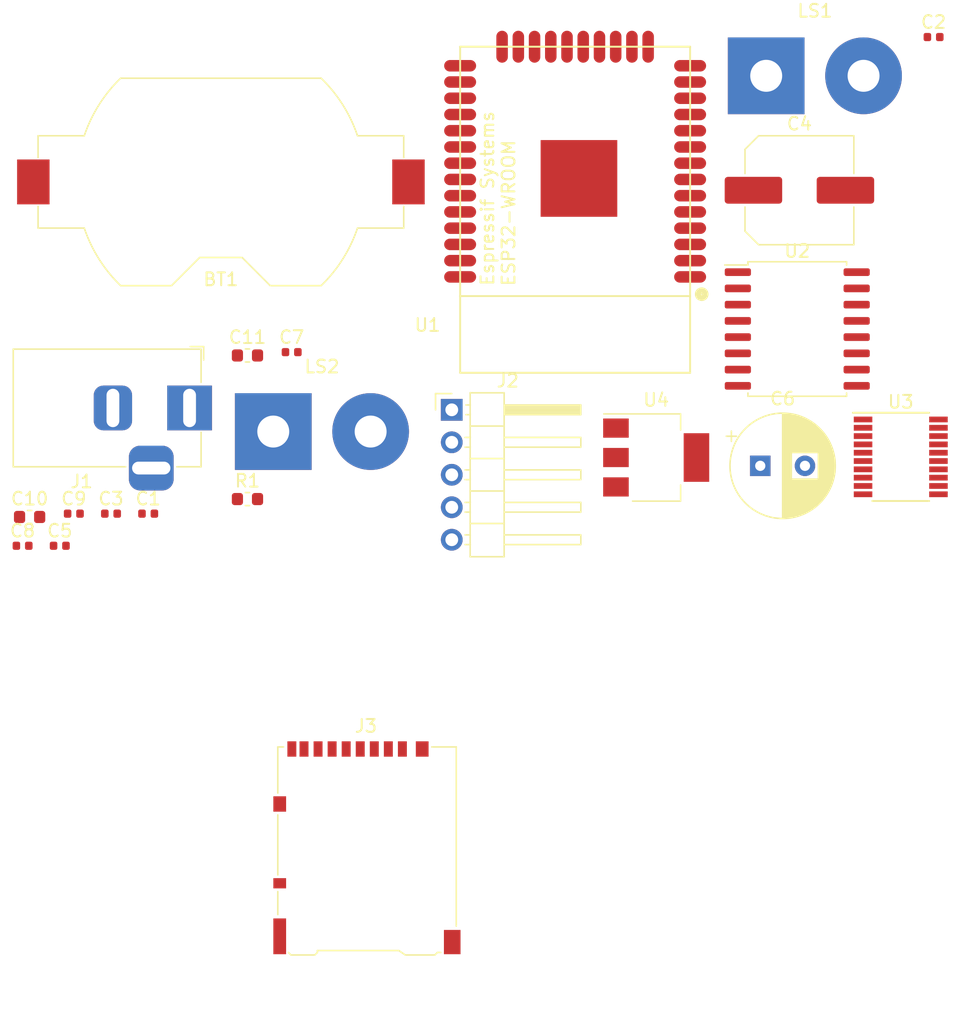
<source format=kicad_pcb>
(kicad_pcb (version 20171130) (host pcbnew 5.1.4+dfsg1-2)

  (general
    (thickness 1.6)
    (drawings 0)
    (tracks 0)
    (zones 0)
    (modules 22)
    (nets 49)
  )

  (page A4)
  (layers
    (0 F.Cu signal)
    (31 B.Cu signal)
    (32 B.Adhes user)
    (33 F.Adhes user)
    (34 B.Paste user)
    (35 F.Paste user)
    (36 B.SilkS user)
    (37 F.SilkS user)
    (38 B.Mask user)
    (39 F.Mask user)
    (40 Dwgs.User user)
    (41 Cmts.User user)
    (42 Eco1.User user)
    (43 Eco2.User user)
    (44 Edge.Cuts user)
    (45 Margin user)
    (46 B.CrtYd user)
    (47 F.CrtYd user)
    (48 B.Fab user)
    (49 F.Fab user)
  )

  (setup
    (last_trace_width 0.25)
    (trace_clearance 0.2)
    (zone_clearance 0.508)
    (zone_45_only no)
    (trace_min 0.2)
    (via_size 0.8)
    (via_drill 0.4)
    (via_min_size 0.4)
    (via_min_drill 0.3)
    (uvia_size 0.3)
    (uvia_drill 0.1)
    (uvias_allowed no)
    (uvia_min_size 0.2)
    (uvia_min_drill 0.1)
    (edge_width 0.05)
    (segment_width 0.2)
    (pcb_text_width 0.3)
    (pcb_text_size 1.5 1.5)
    (mod_edge_width 0.12)
    (mod_text_size 1 1)
    (mod_text_width 0.15)
    (pad_size 1.524 1.524)
    (pad_drill 0.762)
    (pad_to_mask_clearance 0.051)
    (solder_mask_min_width 0.25)
    (aux_axis_origin 0 0)
    (visible_elements FFFFFF7F)
    (pcbplotparams
      (layerselection 0x010fc_ffffffff)
      (usegerberextensions false)
      (usegerberattributes false)
      (usegerberadvancedattributes false)
      (creategerberjobfile false)
      (excludeedgelayer true)
      (linewidth 0.100000)
      (plotframeref false)
      (viasonmask false)
      (mode 1)
      (useauxorigin false)
      (hpglpennumber 1)
      (hpglpenspeed 20)
      (hpglpendiameter 15.000000)
      (psnegative false)
      (psa4output false)
      (plotreference true)
      (plotvalue true)
      (plotinvisibletext false)
      (padsonsilk false)
      (subtractmaskfromsilk false)
      (outputformat 1)
      (mirror false)
      (drillshape 1)
      (scaleselection 1)
      (outputdirectory ""))
  )

  (net 0 "")
  (net 1 GND)
  (net 2 "Net-(BT1-Pad1)")
  (net 3 /RTS)
  (net 4 +3V3)
  (net 5 +5V)
  (net 6 "Net-(C7-Pad1)")
  (net 7 "Net-(C8-Pad2)")
  (net 8 "Net-(C8-Pad1)")
  (net 9 "Net-(C9-Pad2)")
  (net 10 /DTR)
  (net 11 /TX)
  (net 12 /RX)
  (net 13 "Net-(LS1-Pad1)")
  (net 14 "Net-(LS2-Pad1)")
  (net 15 "Net-(U1-Pad4)")
  (net 16 "Net-(U1-Pad5)")
  (net 17 "Net-(U1-Pad6)")
  (net 18 "Net-(U1-Pad7)")
  (net 19 /LED_DATA)
  (net 20 "Net-(U1-Pad9)")
  (net 21 /LRCK)
  (net 22 /BCLK)
  (net 23 "Net-(U1-Pad12)")
  (net 24 "Net-(U1-Pad13)")
  (net 25 "Net-(U1-Pad14)")
  (net 26 "Net-(U1-Pad16)")
  (net 27 "Net-(U1-Pad17)")
  (net 28 "Net-(U1-Pad18)")
  (net 29 "Net-(U1-Pad19)")
  (net 30 "Net-(U1-Pad20)")
  (net 31 "Net-(U1-Pad21)")
  (net 32 "Net-(U1-Pad22)")
  (net 33 "Net-(U1-Pad23)")
  (net 34 "Net-(U1-Pad24)")
  (net 35 /I2SD)
  (net 36 "Net-(U1-Pad27)")
  (net 37 "Net-(U1-Pad28)")
  (net 38 "Net-(U1-Pad32)")
  (net 39 /SDA)
  (net 40 /SCL)
  (net 41 "Net-(U2-Pad4)")
  (net 42 "Net-(U2-Pad3)")
  (net 43 "Net-(U2-Pad1)")
  (net 44 /MISO)
  (net 45 /SCLK)
  (net 46 /MOSI)
  (net 47 /CS)
  (net 48 "Net-(J3-Pad8)")

  (net_class Default "Dies ist die voreingestellte Netzklasse."
    (clearance 0.2)
    (trace_width 0.25)
    (via_dia 0.8)
    (via_drill 0.4)
    (uvia_dia 0.3)
    (uvia_drill 0.1)
    (add_net +3V3)
    (add_net +5V)
    (add_net /BCLK)
    (add_net /CS)
    (add_net /DTR)
    (add_net /I2SD)
    (add_net /LED_DATA)
    (add_net /LRCK)
    (add_net /MISO)
    (add_net /MOSI)
    (add_net /RTS)
    (add_net /RX)
    (add_net /SCL)
    (add_net /SCLK)
    (add_net /SDA)
    (add_net /TX)
    (add_net GND)
    (add_net "Net-(BT1-Pad1)")
    (add_net "Net-(C7-Pad1)")
    (add_net "Net-(C8-Pad1)")
    (add_net "Net-(C8-Pad2)")
    (add_net "Net-(C9-Pad2)")
    (add_net "Net-(J3-Pad8)")
    (add_net "Net-(LS1-Pad1)")
    (add_net "Net-(LS2-Pad1)")
    (add_net "Net-(U1-Pad12)")
    (add_net "Net-(U1-Pad13)")
    (add_net "Net-(U1-Pad14)")
    (add_net "Net-(U1-Pad16)")
    (add_net "Net-(U1-Pad17)")
    (add_net "Net-(U1-Pad18)")
    (add_net "Net-(U1-Pad19)")
    (add_net "Net-(U1-Pad20)")
    (add_net "Net-(U1-Pad21)")
    (add_net "Net-(U1-Pad22)")
    (add_net "Net-(U1-Pad23)")
    (add_net "Net-(U1-Pad24)")
    (add_net "Net-(U1-Pad27)")
    (add_net "Net-(U1-Pad28)")
    (add_net "Net-(U1-Pad32)")
    (add_net "Net-(U1-Pad4)")
    (add_net "Net-(U1-Pad5)")
    (add_net "Net-(U1-Pad6)")
    (add_net "Net-(U1-Pad7)")
    (add_net "Net-(U1-Pad9)")
    (add_net "Net-(U2-Pad1)")
    (add_net "Net-(U2-Pad3)")
    (add_net "Net-(U2-Pad4)")
  )

  (module Connector_Card:microSD_HC_Hirose_DM3AT-SF-PEJM5 (layer F.Cu) (tedit 5A1DBFB5) (tstamp 5DC4229D)
    (at 128.27 109.22)
    (descr "Micro SD, SMD, right-angle, push-pull (https://www.hirose.com/product/en/download_file/key_name/DM3AT-SF-PEJM5/category/Drawing%20(2D)/doc_file_id/44099/?file_category_id=6&item_id=06090031000&is_series=)")
    (tags "Micro SD")
    (path /5DC3F3D7)
    (attr smd)
    (fp_text reference J3 (at -0.075 -9.525) (layer F.SilkS)
      (effects (font (size 1 1) (thickness 0.15)))
    )
    (fp_text value Micro_SD_Card (at -0.075 9.575) (layer F.Fab)
      (effects (font (size 1 1) (thickness 0.15)))
    )
    (fp_arc (start -5.425 13.225) (end -5.425 13.725) (angle 90) (layer F.Fab) (width 0.1))
    (fp_arc (start 4.575 13.225) (end 5.075 13.225) (angle 90) (layer F.Fab) (width 0.1))
    (fp_arc (start -5.425 9.225) (end -5.425 9.725) (angle 90) (layer F.Fab) (width 0.1))
    (fp_arc (start 4.575 9.225) (end 5.075 9.225) (angle 90) (layer F.Fab) (width 0.1))
    (fp_line (start 3.275 -1.525) (end 2.7 -1.125) (layer Dwgs.User) (width 0.1))
    (fp_line (start 3.275 -2.025) (end 2 -1.125) (layer Dwgs.User) (width 0.1))
    (fp_line (start 3.275 -2.525) (end 1.3 -1.125) (layer Dwgs.User) (width 0.1))
    (fp_line (start 2.825 -2.725) (end 0.6 -1.125) (layer Dwgs.User) (width 0.1))
    (fp_line (start 2.125 -2.725) (end -0.1 -1.125) (layer Dwgs.User) (width 0.1))
    (fp_line (start 1.425 -2.725) (end -0.8 -1.125) (layer Dwgs.User) (width 0.1))
    (fp_line (start 0.725 -2.725) (end -1.5 -1.125) (layer Dwgs.User) (width 0.1))
    (fp_line (start 0.025 -2.725) (end -2.2 -1.125) (layer Dwgs.User) (width 0.1))
    (fp_line (start -0.675 -2.725) (end -2.9 -1.125) (layer Dwgs.User) (width 0.1))
    (fp_line (start -1.375 -2.725) (end -3.6 -1.125) (layer Dwgs.User) (width 0.1))
    (fp_line (start -2.075 -2.725) (end -4.3 -1.125) (layer Dwgs.User) (width 0.1))
    (fp_line (start -5.925 8.325) (end -5.925 13.225) (layer F.Fab) (width 0.1))
    (fp_line (start 5.075 13.225) (end 5.075 8.325) (layer F.Fab) (width 0.1))
    (fp_line (start -5.425 13.725) (end 4.575 13.725) (layer F.Fab) (width 0.1))
    (fp_line (start -5.425 9.725) (end 4.575 9.725) (layer F.Fab) (width 0.1))
    (fp_line (start 2.51 7.975) (end -3.915 7.975) (layer F.Fab) (width 0.1))
    (fp_line (start 6.925 -7.825) (end -6.925 -7.825) (layer F.Fab) (width 0.1))
    (fp_line (start 6.925 8.125) (end 6.925 -7.825) (layer F.Fab) (width 0.1))
    (fp_line (start -6.925 8.125) (end -6.925 -7.825) (layer F.Fab) (width 0.1))
    (fp_line (start 5.285 8.325) (end 3.035 8.325) (layer F.Fab) (width 0.1))
    (fp_line (start 5.285 8.325) (end 5.485 8.125) (layer F.Fab) (width 0.1))
    (fp_line (start 3.035 8.325) (end 2.51 7.975) (layer F.Fab) (width 0.1))
    (fp_line (start -5.915 8.325) (end -6.115 8.125) (layer F.Fab) (width 0.1))
    (fp_line (start -3.915 8.125) (end -4.115 8.325) (layer F.Fab) (width 0.1))
    (fp_line (start -4.115 8.325) (end -5.915 8.325) (layer F.Fab) (width 0.1))
    (fp_line (start 5.485 8.125) (end 6.925 8.125) (layer F.Fab) (width 0.1))
    (fp_line (start -6.115 8.125) (end -6.925 8.125) (layer F.Fab) (width 0.1))
    (fp_line (start -3.915 8.125) (end -3.915 7.975) (layer F.Fab) (width 0.1))
    (fp_line (start -5.425 -2.725) (end 3.275 -2.725) (layer Dwgs.User) (width 0.1))
    (fp_line (start 3.275 -2.725) (end 3.275 -1.125) (layer Dwgs.User) (width 0.1))
    (fp_line (start 3.275 -1.125) (end -5.425 -1.125) (layer Dwgs.User) (width 0.1))
    (fp_line (start 2.925 6.975) (end 5.475 6.975) (layer Dwgs.User) (width 0.1))
    (fp_line (start 5.475 6.975) (end 5.475 8.325) (layer Dwgs.User) (width 0.1))
    (fp_line (start 5.475 8.325) (end 2.925 8.325) (layer Dwgs.User) (width 0.1))
    (fp_line (start 2.925 8.325) (end 2.925 6.975) (layer Dwgs.User) (width 0.1))
    (fp_line (start -6.125 -1.425) (end -5.425 -1.425) (layer Dwgs.User) (width 0.1))
    (fp_line (start -5.425 -2.725) (end -5.425 6.175) (layer Dwgs.User) (width 0.1))
    (fp_line (start -5.425 6.175) (end -6.125 6.175) (layer Dwgs.User) (width 0.1))
    (fp_line (start -6.125 6.175) (end -6.125 -1.425) (layer Dwgs.User) (width 0.1))
    (fp_line (start -7.225 -7.275) (end -6.475 -7.275) (layer Dwgs.User) (width 0.1))
    (fp_line (start -6.475 -7.275) (end -6.475 0.775) (layer Dwgs.User) (width 0.1))
    (fp_line (start -6.475 0.775) (end -7.225 0.775) (layer Dwgs.User) (width 0.1))
    (fp_line (start -7.225 0.775) (end -7.225 -7.275) (layer Dwgs.User) (width 0.1))
    (fp_line (start -7.82 -8.82) (end 7.88 -8.82) (layer F.CrtYd) (width 0.05))
    (fp_line (start 7.88 -8.82) (end 7.88 8.88) (layer F.CrtYd) (width 0.05))
    (fp_line (start 7.88 8.88) (end -7.82 8.88) (layer F.CrtYd) (width 0.05))
    (fp_line (start -7.82 8.88) (end -7.82 -8.82) (layer F.CrtYd) (width 0.05))
    (fp_line (start 5.075 -7.885) (end 6.995 -7.885) (layer F.SilkS) (width 0.12))
    (fp_line (start 6.995 -7.885) (end 6.995 6.125) (layer F.SilkS) (width 0.12))
    (fp_line (start -6.525 -7.885) (end -6.975 -7.885) (layer F.SilkS) (width 0.12))
    (fp_line (start -6.975 -7.885) (end -6.975 -4.275) (layer F.SilkS) (width 0.12))
    (fp_line (start 5.315 8.385) (end 3.005 8.385) (layer F.SilkS) (width 0.12))
    (fp_line (start -5.945 8.385) (end -4.085 8.385) (layer F.SilkS) (width 0.12))
    (fp_line (start -5.945 8.385) (end -6.145 8.185) (layer F.SilkS) (width 0.12))
    (fp_line (start -6.975 -2.575) (end -6.975 2.125) (layer F.SilkS) (width 0.12))
    (fp_line (start -6.975 3.425) (end -6.975 5.225) (layer F.SilkS) (width 0.12))
    (fp_line (start -3.875 8.035) (end 2.495 8.035) (layer F.SilkS) (width 0.12))
    (fp_line (start -3.875 8.035) (end -3.875 8.185) (layer F.SilkS) (width 0.12))
    (fp_line (start -4.085 8.385) (end -3.875 8.185) (layer F.SilkS) (width 0.12))
    (fp_line (start 5.315 8.385) (end 5.515 8.185) (layer F.SilkS) (width 0.12))
    (fp_line (start 5.515 8.185) (end 5.775 8.185) (layer F.SilkS) (width 0.12))
    (fp_line (start 3.005 8.385) (end 2.495 8.035) (layer F.SilkS) (width 0.12))
    (fp_line (start 5.475 6.975) (end 4.675 8.325) (layer Dwgs.User) (width 0.1))
    (fp_line (start 4.975 6.975) (end 4.175 8.325) (layer Dwgs.User) (width 0.1))
    (fp_line (start 4.475 6.975) (end 3.675 8.325) (layer Dwgs.User) (width 0.1))
    (fp_line (start 3.975 6.975) (end 3.175 8.325) (layer Dwgs.User) (width 0.1))
    (fp_line (start 3.475 6.975) (end 2.925 7.875) (layer Dwgs.User) (width 0.1))
    (fp_line (start -6.475 -7.275) (end -7.225 -6.775) (layer Dwgs.User) (width 0.1))
    (fp_line (start -6.475 -6.775) (end -7.225 -6.275) (layer Dwgs.User) (width 0.1))
    (fp_line (start -6.475 -6.275) (end -7.225 -5.775) (layer Dwgs.User) (width 0.1))
    (fp_line (start -6.475 -5.775) (end -7.225 -5.275) (layer Dwgs.User) (width 0.1))
    (fp_line (start -6.475 -5.275) (end -7.225 -4.775) (layer Dwgs.User) (width 0.1))
    (fp_line (start -6.475 -4.775) (end -7.225 -4.275) (layer Dwgs.User) (width 0.1))
    (fp_line (start -6.475 -4.275) (end -7.225 -3.775) (layer Dwgs.User) (width 0.1))
    (fp_line (start -6.475 -3.775) (end -7.225 -3.275) (layer Dwgs.User) (width 0.1))
    (fp_line (start -6.475 -3.275) (end -7.225 -2.775) (layer Dwgs.User) (width 0.1))
    (fp_line (start -6.475 -2.775) (end -7.225 -2.275) (layer Dwgs.User) (width 0.1))
    (fp_line (start -6.475 -2.275) (end -7.225 -1.775) (layer Dwgs.User) (width 0.1))
    (fp_line (start -6.475 -1.775) (end -7.225 -1.275) (layer Dwgs.User) (width 0.1))
    (fp_line (start -6.475 -1.275) (end -7.225 -0.775) (layer Dwgs.User) (width 0.1))
    (fp_line (start -6.475 -0.775) (end -7.225 -0.275) (layer Dwgs.User) (width 0.1))
    (fp_line (start -6.475 -0.275) (end -7.225 0.225) (layer Dwgs.User) (width 0.1))
    (fp_line (start -6.475 0.225) (end -7.225 0.725) (layer Dwgs.User) (width 0.1))
    (fp_line (start -6.125 6.175) (end -5.425 5.675) (layer Dwgs.User) (width 0.1))
    (fp_line (start -6.125 5.675) (end -5.425 5.175) (layer Dwgs.User) (width 0.1))
    (fp_line (start -6.125 5.175) (end -5.425 4.675) (layer Dwgs.User) (width 0.1))
    (fp_line (start -6.125 4.675) (end -5.425 4.175) (layer Dwgs.User) (width 0.1))
    (fp_line (start -6.125 4.175) (end -5.425 3.675) (layer Dwgs.User) (width 0.1))
    (fp_line (start -6.125 3.675) (end -5.425 3.175) (layer Dwgs.User) (width 0.1))
    (fp_line (start -6.125 3.175) (end -5.425 2.675) (layer Dwgs.User) (width 0.1))
    (fp_line (start -6.125 2.675) (end -5.425 2.175) (layer Dwgs.User) (width 0.1))
    (fp_line (start -6.125 2.175) (end -5.425 1.675) (layer Dwgs.User) (width 0.1))
    (fp_line (start -6.125 1.675) (end -5.425 1.175) (layer Dwgs.User) (width 0.1))
    (fp_line (start -6.125 1.175) (end -5.425 0.675) (layer Dwgs.User) (width 0.1))
    (fp_line (start -6.125 0.675) (end -5.425 0.175) (layer Dwgs.User) (width 0.1))
    (fp_line (start -6.125 0.175) (end -5.425 -0.325) (layer Dwgs.User) (width 0.1))
    (fp_line (start -6.125 -0.325) (end -5.425 -0.825) (layer Dwgs.User) (width 0.1))
    (fp_line (start -6.125 -1.325) (end -5.975 -1.425) (layer Dwgs.User) (width 0.1))
    (fp_line (start -6.125 -0.825) (end -5.425 -1.325) (layer Dwgs.User) (width 0.1))
    (fp_line (start -5.425 -1.325) (end -3.475 -2.725) (layer Dwgs.User) (width 0.1))
    (fp_line (start -2.775 -2.725) (end -5 -1.125) (layer Dwgs.User) (width 0.1))
    (fp_line (start -4.875 -2.725) (end -5.425 -2.325) (layer Dwgs.User) (width 0.1))
    (fp_line (start -4.175 -2.725) (end -5.425 -1.825) (layer Dwgs.User) (width 0.1))
    (fp_text user KEEPOUT (at -5.775 2.375 90) (layer Cmts.User)
      (effects (font (size 0.6 0.6) (thickness 0.09)))
    )
    (fp_text user KEEPOUT (at -6.85 -3.25 90) (layer Cmts.User)
      (effects (font (size 0.6 0.6) (thickness 0.09)))
    )
    (fp_text user KEEPOUT (at 4.2 7.65) (layer Cmts.User)
      (effects (font (size 0.4 0.4) (thickness 0.06)))
    )
    (fp_text user %R (at -0.075 0.375) (layer F.Fab)
      (effects (font (size 1 1) (thickness 0.1)))
    )
    (fp_text user KEEPOUT (at -1.075 -1.925) (layer Cmts.User)
      (effects (font (size 1 1) (thickness 0.1)))
    )
    (pad 11 smd rect (at 6.675 7.375) (size 1.3 1.9) (layers F.Cu F.Paste F.Mask))
    (pad 11 smd rect (at -6.825 6.925) (size 1 2.8) (layers F.Cu F.Paste F.Mask))
    (pad 10 smd rect (at -6.825 2.775) (size 1 0.8) (layers F.Cu F.Paste F.Mask))
    (pad 11 smd rect (at -6.825 -3.425) (size 1 1.2) (layers F.Cu F.Paste F.Mask))
    (pad 11 smd rect (at 4.325 -7.725) (size 1 1.2) (layers F.Cu F.Paste F.Mask))
    (pad 7 smd rect (at -3.825 -7.725) (size 0.7 1.2) (layers F.Cu F.Paste F.Mask)
      (net 44 /MISO))
    (pad 6 smd rect (at -2.725 -7.725) (size 0.7 1.2) (layers F.Cu F.Paste F.Mask)
      (net 1 GND))
    (pad 5 smd rect (at -1.625 -7.725) (size 0.7 1.2) (layers F.Cu F.Paste F.Mask)
      (net 45 /SCLK))
    (pad 4 smd rect (at -0.525 -7.725) (size 0.7 1.2) (layers F.Cu F.Paste F.Mask)
      (net 4 +3V3))
    (pad 3 smd rect (at 0.575 -7.725) (size 0.7 1.2) (layers F.Cu F.Paste F.Mask)
      (net 1 GND))
    (pad 2 smd rect (at 1.675 -7.725) (size 0.7 1.2) (layers F.Cu F.Paste F.Mask)
      (net 46 /MOSI))
    (pad 1 smd rect (at 2.775 -7.725) (size 0.7 1.2) (layers F.Cu F.Paste F.Mask)
      (net 47 /CS))
    (pad 8 smd rect (at -4.925 -7.725) (size 0.7 1.2) (layers F.Cu F.Paste F.Mask)
      (net 48 "Net-(J3-Pad8)"))
    (pad 9 smd rect (at -5.875 -7.725) (size 0.7 1.2) (layers F.Cu F.Paste F.Mask)
      (net 1 GND))
    (model ${KISYS3DMOD}/Connector_Card.3dshapes/microSD_HC_Hirose_DM3AT-SF-PEJM5.wrl
      (at (xyz 0 0 0))
      (scale (xyz 1 1 1))
      (rotate (xyz 0 0 0))
    )
  )

  (module Package_TO_SOT_SMD:SOT-223-3_TabPin2 (layer F.Cu) (tedit 5A02FF57) (tstamp 5DC3D010)
    (at 150.91 78.70103)
    (descr "module CMS SOT223 4 pins")
    (tags "CMS SOT")
    (path /5DC41BA9)
    (attr smd)
    (fp_text reference U4 (at 0 -4.5) (layer F.SilkS)
      (effects (font (size 1 1) (thickness 0.15)))
    )
    (fp_text value AP7361C-33E (at 0 4.5) (layer F.Fab)
      (effects (font (size 1 1) (thickness 0.15)))
    )
    (fp_line (start 1.85 -3.35) (end 1.85 3.35) (layer F.Fab) (width 0.1))
    (fp_line (start -1.85 3.35) (end 1.85 3.35) (layer F.Fab) (width 0.1))
    (fp_line (start -4.1 -3.41) (end 1.91 -3.41) (layer F.SilkS) (width 0.12))
    (fp_line (start -0.85 -3.35) (end 1.85 -3.35) (layer F.Fab) (width 0.1))
    (fp_line (start -1.85 3.41) (end 1.91 3.41) (layer F.SilkS) (width 0.12))
    (fp_line (start -1.85 -2.35) (end -1.85 3.35) (layer F.Fab) (width 0.1))
    (fp_line (start -1.85 -2.35) (end -0.85 -3.35) (layer F.Fab) (width 0.1))
    (fp_line (start -4.4 -3.6) (end -4.4 3.6) (layer F.CrtYd) (width 0.05))
    (fp_line (start -4.4 3.6) (end 4.4 3.6) (layer F.CrtYd) (width 0.05))
    (fp_line (start 4.4 3.6) (end 4.4 -3.6) (layer F.CrtYd) (width 0.05))
    (fp_line (start 4.4 -3.6) (end -4.4 -3.6) (layer F.CrtYd) (width 0.05))
    (fp_line (start 1.91 -3.41) (end 1.91 -2.15) (layer F.SilkS) (width 0.12))
    (fp_line (start 1.91 3.41) (end 1.91 2.15) (layer F.SilkS) (width 0.12))
    (fp_text user %R (at 0 0 90) (layer F.Fab)
      (effects (font (size 0.8 0.8) (thickness 0.12)))
    )
    (pad 1 smd rect (at -3.15 -2.3) (size 2 1.5) (layers F.Cu F.Paste F.Mask)
      (net 5 +5V))
    (pad 3 smd rect (at -3.15 2.3) (size 2 1.5) (layers F.Cu F.Paste F.Mask)
      (net 4 +3V3))
    (pad 2 smd rect (at -3.15 0) (size 2 1.5) (layers F.Cu F.Paste F.Mask)
      (net 1 GND))
    (pad 2 smd rect (at 3.15 0) (size 2 3.8) (layers F.Cu F.Paste F.Mask)
      (net 1 GND))
    (model ${KISYS3DMOD}/Package_TO_SOT_SMD.3dshapes/SOT-223.wrl
      (at (xyz 0 0 0))
      (scale (xyz 1 1 1))
      (rotate (xyz 0 0 0))
    )
  )

  (module Package_SO:TSSOP-20_4.4x6.5mm_P0.65mm (layer F.Cu) (tedit 5A02F25C) (tstamp 5DC3CFFA)
    (at 170.05 78.65103)
    (descr "20-Lead Plastic Thin Shrink Small Outline (ST)-4.4 mm Body [TSSOP] (see Microchip Packaging Specification 00000049BS.pdf)")
    (tags "SSOP 0.65")
    (path /5DC52822)
    (attr smd)
    (fp_text reference U3 (at 0 -4.3) (layer F.SilkS)
      (effects (font (size 1 1) (thickness 0.15)))
    )
    (fp_text value PCM5102 (at 0 4.3) (layer F.Fab)
      (effects (font (size 1 1) (thickness 0.15)))
    )
    (fp_text user %R (at 0 0) (layer F.Fab)
      (effects (font (size 0.8 0.8) (thickness 0.15)))
    )
    (fp_line (start -3.75 -3.45) (end 2.225 -3.45) (layer F.SilkS) (width 0.15))
    (fp_line (start -2.225 3.45) (end 2.225 3.45) (layer F.SilkS) (width 0.15))
    (fp_line (start -3.95 3.55) (end 3.95 3.55) (layer F.CrtYd) (width 0.05))
    (fp_line (start -3.95 -3.55) (end 3.95 -3.55) (layer F.CrtYd) (width 0.05))
    (fp_line (start 3.95 -3.55) (end 3.95 3.55) (layer F.CrtYd) (width 0.05))
    (fp_line (start -3.95 -3.55) (end -3.95 3.55) (layer F.CrtYd) (width 0.05))
    (fp_line (start -2.2 -2.25) (end -1.2 -3.25) (layer F.Fab) (width 0.15))
    (fp_line (start -2.2 3.25) (end -2.2 -2.25) (layer F.Fab) (width 0.15))
    (fp_line (start 2.2 3.25) (end -2.2 3.25) (layer F.Fab) (width 0.15))
    (fp_line (start 2.2 -3.25) (end 2.2 3.25) (layer F.Fab) (width 0.15))
    (fp_line (start -1.2 -3.25) (end 2.2 -3.25) (layer F.Fab) (width 0.15))
    (pad 20 smd rect (at 2.95 -2.925) (size 1.45 0.45) (layers F.Cu F.Paste F.Mask)
      (net 4 +3V3))
    (pad 19 smd rect (at 2.95 -2.275) (size 1.45 0.45) (layers F.Cu F.Paste F.Mask)
      (net 1 GND))
    (pad 18 smd rect (at 2.95 -1.625) (size 1.45 0.45) (layers F.Cu F.Paste F.Mask)
      (net 9 "Net-(C9-Pad2)"))
    (pad 17 smd rect (at 2.95 -0.975) (size 1.45 0.45) (layers F.Cu F.Paste F.Mask)
      (net 4 +3V3))
    (pad 16 smd rect (at 2.95 -0.325) (size 1.45 0.45) (layers F.Cu F.Paste F.Mask)
      (net 1 GND))
    (pad 15 smd rect (at 2.95 0.325) (size 1.45 0.45) (layers F.Cu F.Paste F.Mask)
      (net 21 /LRCK))
    (pad 14 smd rect (at 2.95 0.975) (size 1.45 0.45) (layers F.Cu F.Paste F.Mask)
      (net 35 /I2SD))
    (pad 13 smd rect (at 2.95 1.625) (size 1.45 0.45) (layers F.Cu F.Paste F.Mask)
      (net 22 /BCLK))
    (pad 12 smd rect (at 2.95 2.275) (size 1.45 0.45) (layers F.Cu F.Paste F.Mask)
      (net 1 GND))
    (pad 11 smd rect (at 2.95 2.925) (size 1.45 0.45) (layers F.Cu F.Paste F.Mask)
      (net 1 GND))
    (pad 10 smd rect (at -2.95 2.925) (size 1.45 0.45) (layers F.Cu F.Paste F.Mask)
      (net 1 GND))
    (pad 9 smd rect (at -2.95 2.275) (size 1.45 0.45) (layers F.Cu F.Paste F.Mask)
      (net 1 GND))
    (pad 8 smd rect (at -2.95 1.625) (size 1.45 0.45) (layers F.Cu F.Paste F.Mask)
      (net 4 +3V3))
    (pad 7 smd rect (at -2.95 0.975) (size 1.45 0.45) (layers F.Cu F.Paste F.Mask)
      (net 14 "Net-(LS2-Pad1)"))
    (pad 6 smd rect (at -2.95 0.325) (size 1.45 0.45) (layers F.Cu F.Paste F.Mask)
      (net 13 "Net-(LS1-Pad1)"))
    (pad 5 smd rect (at -2.95 -0.325) (size 1.45 0.45) (layers F.Cu F.Paste F.Mask)
      (net 6 "Net-(C7-Pad1)"))
    (pad 4 smd rect (at -2.95 -0.975) (size 1.45 0.45) (layers F.Cu F.Paste F.Mask)
      (net 7 "Net-(C8-Pad2)"))
    (pad 3 smd rect (at -2.95 -1.625) (size 1.45 0.45) (layers F.Cu F.Paste F.Mask)
      (net 1 GND))
    (pad 2 smd rect (at -2.95 -2.275) (size 1.45 0.45) (layers F.Cu F.Paste F.Mask)
      (net 8 "Net-(C8-Pad1)"))
    (pad 1 smd rect (at -2.95 -2.925) (size 1.45 0.45) (layers F.Cu F.Paste F.Mask)
      (net 4 +3V3))
    (model ${KISYS3DMOD}/Package_SO.3dshapes/TSSOP-20_4.4x6.5mm_P0.65mm.wrl
      (at (xyz 0 0 0))
      (scale (xyz 1 1 1))
      (rotate (xyz 0 0 0))
    )
  )

  (module Package_SO:SOIC-16W_7.5x10.3mm_P1.27mm (layer F.Cu) (tedit 5C97300E) (tstamp 5DC3CFD6)
    (at 161.95 68.65103)
    (descr "SOIC, 16 Pin (JEDEC MS-013AA, https://www.analog.com/media/en/package-pcb-resources/package/pkg_pdf/soic_wide-rw/rw_16.pdf), generated with kicad-footprint-generator ipc_gullwing_generator.py")
    (tags "SOIC SO")
    (path /5DC2811A)
    (attr smd)
    (fp_text reference U2 (at 0 -6.1) (layer F.SilkS)
      (effects (font (size 1 1) (thickness 0.15)))
    )
    (fp_text value DS3231M (at 0 6.1) (layer F.Fab)
      (effects (font (size 1 1) (thickness 0.15)))
    )
    (fp_text user %R (at 0 0) (layer F.Fab)
      (effects (font (size 1 1) (thickness 0.15)))
    )
    (fp_line (start 5.93 -5.4) (end -5.93 -5.4) (layer F.CrtYd) (width 0.05))
    (fp_line (start 5.93 5.4) (end 5.93 -5.4) (layer F.CrtYd) (width 0.05))
    (fp_line (start -5.93 5.4) (end 5.93 5.4) (layer F.CrtYd) (width 0.05))
    (fp_line (start -5.93 -5.4) (end -5.93 5.4) (layer F.CrtYd) (width 0.05))
    (fp_line (start -3.75 -4.15) (end -2.75 -5.15) (layer F.Fab) (width 0.1))
    (fp_line (start -3.75 5.15) (end -3.75 -4.15) (layer F.Fab) (width 0.1))
    (fp_line (start 3.75 5.15) (end -3.75 5.15) (layer F.Fab) (width 0.1))
    (fp_line (start 3.75 -5.15) (end 3.75 5.15) (layer F.Fab) (width 0.1))
    (fp_line (start -2.75 -5.15) (end 3.75 -5.15) (layer F.Fab) (width 0.1))
    (fp_line (start -3.86 -5.005) (end -5.675 -5.005) (layer F.SilkS) (width 0.12))
    (fp_line (start -3.86 -5.26) (end -3.86 -5.005) (layer F.SilkS) (width 0.12))
    (fp_line (start 0 -5.26) (end -3.86 -5.26) (layer F.SilkS) (width 0.12))
    (fp_line (start 3.86 -5.26) (end 3.86 -5.005) (layer F.SilkS) (width 0.12))
    (fp_line (start 0 -5.26) (end 3.86 -5.26) (layer F.SilkS) (width 0.12))
    (fp_line (start -3.86 5.26) (end -3.86 5.005) (layer F.SilkS) (width 0.12))
    (fp_line (start 0 5.26) (end -3.86 5.26) (layer F.SilkS) (width 0.12))
    (fp_line (start 3.86 5.26) (end 3.86 5.005) (layer F.SilkS) (width 0.12))
    (fp_line (start 0 5.26) (end 3.86 5.26) (layer F.SilkS) (width 0.12))
    (pad 16 smd roundrect (at 4.65 -4.445) (size 2.05 0.6) (layers F.Cu F.Paste F.Mask) (roundrect_rratio 0.25)
      (net 40 /SCL))
    (pad 15 smd roundrect (at 4.65 -3.175) (size 2.05 0.6) (layers F.Cu F.Paste F.Mask) (roundrect_rratio 0.25)
      (net 39 /SDA))
    (pad 14 smd roundrect (at 4.65 -1.905) (size 2.05 0.6) (layers F.Cu F.Paste F.Mask) (roundrect_rratio 0.25)
      (net 2 "Net-(BT1-Pad1)"))
    (pad 13 smd roundrect (at 4.65 -0.635) (size 2.05 0.6) (layers F.Cu F.Paste F.Mask) (roundrect_rratio 0.25)
      (net 1 GND))
    (pad 12 smd roundrect (at 4.65 0.635) (size 2.05 0.6) (layers F.Cu F.Paste F.Mask) (roundrect_rratio 0.25)
      (net 1 GND))
    (pad 11 smd roundrect (at 4.65 1.905) (size 2.05 0.6) (layers F.Cu F.Paste F.Mask) (roundrect_rratio 0.25)
      (net 1 GND))
    (pad 10 smd roundrect (at 4.65 3.175) (size 2.05 0.6) (layers F.Cu F.Paste F.Mask) (roundrect_rratio 0.25)
      (net 1 GND))
    (pad 9 smd roundrect (at 4.65 4.445) (size 2.05 0.6) (layers F.Cu F.Paste F.Mask) (roundrect_rratio 0.25)
      (net 1 GND))
    (pad 8 smd roundrect (at -4.65 4.445) (size 2.05 0.6) (layers F.Cu F.Paste F.Mask) (roundrect_rratio 0.25)
      (net 1 GND))
    (pad 7 smd roundrect (at -4.65 3.175) (size 2.05 0.6) (layers F.Cu F.Paste F.Mask) (roundrect_rratio 0.25)
      (net 1 GND))
    (pad 6 smd roundrect (at -4.65 1.905) (size 2.05 0.6) (layers F.Cu F.Paste F.Mask) (roundrect_rratio 0.25)
      (net 1 GND))
    (pad 5 smd roundrect (at -4.65 0.635) (size 2.05 0.6) (layers F.Cu F.Paste F.Mask) (roundrect_rratio 0.25)
      (net 1 GND))
    (pad 4 smd roundrect (at -4.65 -0.635) (size 2.05 0.6) (layers F.Cu F.Paste F.Mask) (roundrect_rratio 0.25)
      (net 41 "Net-(U2-Pad4)"))
    (pad 3 smd roundrect (at -4.65 -1.905) (size 2.05 0.6) (layers F.Cu F.Paste F.Mask) (roundrect_rratio 0.25)
      (net 42 "Net-(U2-Pad3)"))
    (pad 2 smd roundrect (at -4.65 -3.175) (size 2.05 0.6) (layers F.Cu F.Paste F.Mask) (roundrect_rratio 0.25)
      (net 4 +3V3))
    (pad 1 smd roundrect (at -4.65 -4.445) (size 2.05 0.6) (layers F.Cu F.Paste F.Mask) (roundrect_rratio 0.25)
      (net 43 "Net-(U2-Pad1)"))
    (model ${KISYS3DMOD}/Package_SO.3dshapes/SOIC-16W_7.5x10.3mm_P1.27mm.wrl
      (at (xyz 0 0 0))
      (scale (xyz 1 1 1))
      (rotate (xyz 0 0 0))
    )
  )

  (module ESP32-footprints-Lib:ESP32-WROOM (layer F.Cu) (tedit 57D08EA8) (tstamp 5DC3CFAF)
    (at 144.564999 59.326029)
    (path /5DC2247A)
    (fp_text reference U1 (at -11.557 9.017) (layer F.SilkS)
      (effects (font (size 1 1) (thickness 0.15)))
    )
    (fp_text value ESP32-WROOM (at 5.715 14.224) (layer F.Fab)
      (effects (font (size 1 1) (thickness 0.15)))
    )
    (fp_line (start -9 12.75) (end 9 12.75) (layer F.SilkS) (width 0.15))
    (fp_line (start -9 -12.75) (end 9 -12.75) (layer F.SilkS) (width 0.15))
    (fp_line (start -9 12.75) (end -9 -12.75) (layer F.SilkS) (width 0.15))
    (fp_line (start 9 12.75) (end 9 -12.75) (layer F.SilkS) (width 0.15))
    (fp_line (start -9 6.75) (end 9 6.75) (layer F.SilkS) (width 0.15))
    (fp_text user ESP32-WROOM (at -5.207 0.254 90) (layer F.SilkS)
      (effects (font (size 1 1) (thickness 0.15)))
    )
    (fp_circle (center 9.906 6.604) (end 10.033 6.858) (layer F.SilkS) (width 0.5))
    (fp_text user "Espressif Systems" (at -6.858 -0.889 90) (layer F.SilkS)
      (effects (font (size 1 1) (thickness 0.15)))
    )
    (pad 39 smd rect (at 0.3 -2.45) (size 6 6) (layers F.Cu F.Paste F.Mask)
      (net 1 GND))
    (pad 1 smd oval (at 9 5.25) (size 2.5 0.9) (layers F.Cu F.Paste F.Mask)
      (net 1 GND))
    (pad 2 smd oval (at 9 3.98) (size 2.5 0.9) (layers F.Cu F.Paste F.Mask)
      (net 4 +3V3))
    (pad 3 smd oval (at 9 2.71) (size 2.5 0.9) (layers F.Cu F.Paste F.Mask)
      (net 3 /RTS))
    (pad 4 smd oval (at 9 1.44) (size 2.5 0.9) (layers F.Cu F.Paste F.Mask)
      (net 15 "Net-(U1-Pad4)"))
    (pad 5 smd oval (at 9 0.17) (size 2.5 0.9) (layers F.Cu F.Paste F.Mask)
      (net 16 "Net-(U1-Pad5)"))
    (pad 6 smd oval (at 9 -1.1) (size 2.5 0.9) (layers F.Cu F.Paste F.Mask)
      (net 17 "Net-(U1-Pad6)"))
    (pad 7 smd oval (at 9 -2.37) (size 2.5 0.9) (layers F.Cu F.Paste F.Mask)
      (net 18 "Net-(U1-Pad7)"))
    (pad 8 smd oval (at 9 -3.64) (size 2.5 0.9) (layers F.Cu F.Paste F.Mask)
      (net 19 /LED_DATA))
    (pad 9 smd oval (at 9 -4.91) (size 2.5 0.9) (layers F.Cu F.Paste F.Mask)
      (net 20 "Net-(U1-Pad9)"))
    (pad 10 smd oval (at 9 -6.18) (size 2.5 0.9) (layers F.Cu F.Paste F.Mask)
      (net 21 /LRCK))
    (pad 11 smd oval (at 9 -7.45) (size 2.5 0.9) (layers F.Cu F.Paste F.Mask)
      (net 22 /BCLK))
    (pad 12 smd oval (at 9 -8.72) (size 2.5 0.9) (layers F.Cu F.Paste F.Mask)
      (net 23 "Net-(U1-Pad12)"))
    (pad 13 smd oval (at 9 -9.99) (size 2.5 0.9) (layers F.Cu F.Paste F.Mask)
      (net 24 "Net-(U1-Pad13)"))
    (pad 14 smd oval (at 9 -11.26) (size 2.5 0.9) (layers F.Cu F.Paste F.Mask)
      (net 25 "Net-(U1-Pad14)"))
    (pad 15 smd oval (at 5.715 -12.75) (size 0.9 2.5) (layers F.Cu F.Paste F.Mask)
      (net 1 GND))
    (pad 16 smd oval (at 4.445 -12.75) (size 0.9 2.5) (layers F.Cu F.Paste F.Mask)
      (net 26 "Net-(U1-Pad16)"))
    (pad 17 smd oval (at 3.175 -12.75) (size 0.9 2.5) (layers F.Cu F.Paste F.Mask)
      (net 27 "Net-(U1-Pad17)"))
    (pad 18 smd oval (at 1.905 -12.75) (size 0.9 2.5) (layers F.Cu F.Paste F.Mask)
      (net 28 "Net-(U1-Pad18)"))
    (pad 19 smd oval (at 0.635 -12.75) (size 0.9 2.5) (layers F.Cu F.Paste F.Mask)
      (net 29 "Net-(U1-Pad19)"))
    (pad 20 smd oval (at -0.635 -12.75) (size 0.9 2.5) (layers F.Cu F.Paste F.Mask)
      (net 30 "Net-(U1-Pad20)"))
    (pad 21 smd oval (at -1.905 -12.75) (size 0.9 2.5) (layers F.Cu F.Paste F.Mask)
      (net 31 "Net-(U1-Pad21)"))
    (pad 22 smd oval (at -3.175 -12.75) (size 0.9 2.5) (layers F.Cu F.Paste F.Mask)
      (net 32 "Net-(U1-Pad22)"))
    (pad 23 smd oval (at -4.445 -12.75) (size 0.9 2.5) (layers F.Cu F.Paste F.Mask)
      (net 33 "Net-(U1-Pad23)"))
    (pad 24 smd oval (at -5.715 -12.75) (size 0.9 2.5) (layers F.Cu F.Paste F.Mask)
      (net 34 "Net-(U1-Pad24)"))
    (pad 25 smd oval (at -9 -11.26) (size 2.5 0.9) (layers F.Cu F.Paste F.Mask)
      (net 10 /DTR))
    (pad 26 smd oval (at -9 -9.99) (size 2.5 0.9) (layers F.Cu F.Paste F.Mask)
      (net 35 /I2SD))
    (pad 27 smd oval (at -9 -8.72) (size 2.5 0.9) (layers F.Cu F.Paste F.Mask)
      (net 36 "Net-(U1-Pad27)"))
    (pad 28 smd oval (at -9 -7.45) (size 2.5 0.9) (layers F.Cu F.Paste F.Mask)
      (net 37 "Net-(U1-Pad28)"))
    (pad 29 smd oval (at -9 -6.18) (size 2.5 0.9) (layers F.Cu F.Paste F.Mask)
      (net 47 /CS))
    (pad 30 smd oval (at -9 -4.91) (size 2.5 0.9) (layers F.Cu F.Paste F.Mask)
      (net 45 /SCLK))
    (pad 31 smd oval (at -9 -3.64) (size 2.5 0.9) (layers F.Cu F.Paste F.Mask)
      (net 44 /MISO))
    (pad 32 smd oval (at -9 -2.37) (size 2.5 0.9) (layers F.Cu F.Paste F.Mask)
      (net 38 "Net-(U1-Pad32)"))
    (pad 33 smd oval (at -9 -1.1) (size 2.5 0.9) (layers F.Cu F.Paste F.Mask)
      (net 39 /SDA))
    (pad 34 smd oval (at -9 0.17) (size 2.5 0.9) (layers F.Cu F.Paste F.Mask)
      (net 12 /RX))
    (pad 35 smd oval (at -9 1.44) (size 2.5 0.9) (layers F.Cu F.Paste F.Mask)
      (net 11 /TX))
    (pad 36 smd oval (at -9 2.71) (size 2.5 0.9) (layers F.Cu F.Paste F.Mask)
      (net 40 /SCL))
    (pad 37 smd oval (at -9 3.98) (size 2.5 0.9) (layers F.Cu F.Paste F.Mask)
      (net 46 /MOSI))
    (pad 38 smd oval (at -9 5.25) (size 2.5 0.9) (layers F.Cu F.Paste F.Mask)
      (net 1 GND))
  )

  (module Resistor_SMD:R_0603_1608Metric (layer F.Cu) (tedit 5B301BBD) (tstamp 5DC3CF7C)
    (at 118.92 81.95103)
    (descr "Resistor SMD 0603 (1608 Metric), square (rectangular) end terminal, IPC_7351 nominal, (Body size source: http://www.tortai-tech.com/upload/download/2011102023233369053.pdf), generated with kicad-footprint-generator")
    (tags resistor)
    (path /5DC505CD)
    (attr smd)
    (fp_text reference R1 (at 0 -1.43) (layer F.SilkS)
      (effects (font (size 1 1) (thickness 0.15)))
    )
    (fp_text value 10k (at 0 1.43) (layer F.Fab)
      (effects (font (size 1 1) (thickness 0.15)))
    )
    (fp_text user %R (at 0 0) (layer F.Fab)
      (effects (font (size 0.4 0.4) (thickness 0.06)))
    )
    (fp_line (start 1.48 0.73) (end -1.48 0.73) (layer F.CrtYd) (width 0.05))
    (fp_line (start 1.48 -0.73) (end 1.48 0.73) (layer F.CrtYd) (width 0.05))
    (fp_line (start -1.48 -0.73) (end 1.48 -0.73) (layer F.CrtYd) (width 0.05))
    (fp_line (start -1.48 0.73) (end -1.48 -0.73) (layer F.CrtYd) (width 0.05))
    (fp_line (start -0.162779 0.51) (end 0.162779 0.51) (layer F.SilkS) (width 0.12))
    (fp_line (start -0.162779 -0.51) (end 0.162779 -0.51) (layer F.SilkS) (width 0.12))
    (fp_line (start 0.8 0.4) (end -0.8 0.4) (layer F.Fab) (width 0.1))
    (fp_line (start 0.8 -0.4) (end 0.8 0.4) (layer F.Fab) (width 0.1))
    (fp_line (start -0.8 -0.4) (end 0.8 -0.4) (layer F.Fab) (width 0.1))
    (fp_line (start -0.8 0.4) (end -0.8 -0.4) (layer F.Fab) (width 0.1))
    (pad 2 smd roundrect (at 0.7875 0) (size 0.875 0.95) (layers F.Cu F.Paste F.Mask) (roundrect_rratio 0.25)
      (net 3 /RTS))
    (pad 1 smd roundrect (at -0.7875 0) (size 0.875 0.95) (layers F.Cu F.Paste F.Mask) (roundrect_rratio 0.25)
      (net 4 +3V3))
    (model ${KISYS3DMOD}/Resistor_SMD.3dshapes/R_0603_1608Metric.wrl
      (at (xyz 0 0 0))
      (scale (xyz 1 1 1))
      (rotate (xyz 0 0 0))
    )
  )

  (module Connector_Wire:SolderWirePad_1x02_P7.62mm_Drill2.5mm (layer F.Cu) (tedit 5AEE5F2F) (tstamp 5DC3CF6B)
    (at 120.94 76.67103)
    (descr "Wire solder connection")
    (tags connector)
    (path /5DCA1CEC)
    (attr virtual)
    (fp_text reference LS2 (at 3.81 -5.08) (layer F.SilkS)
      (effects (font (size 1 1) (thickness 0.15)))
    )
    (fp_text value Speaker (at 3.81 4.445) (layer F.Fab)
      (effects (font (size 1 1) (thickness 0.15)))
    )
    (fp_line (start 11.12 3.5) (end -3.5 3.5) (layer F.CrtYd) (width 0.05))
    (fp_line (start 11.12 3.5) (end 11.12 -3.5) (layer F.CrtYd) (width 0.05))
    (fp_line (start -3.5 -3.5) (end -3.5 3.5) (layer F.CrtYd) (width 0.05))
    (fp_line (start -3.5 -3.5) (end 11.12 -3.5) (layer F.CrtYd) (width 0.05))
    (fp_text user %R (at 3.81 0) (layer F.Fab)
      (effects (font (size 1 1) (thickness 0.15)))
    )
    (pad 2 thru_hole circle (at 7.62 0) (size 5.99948 5.99948) (drill 2.49936) (layers *.Cu *.Mask)
      (net 1 GND))
    (pad 1 thru_hole rect (at 0 0) (size 5.99948 5.99948) (drill 2.49936) (layers *.Cu *.Mask)
      (net 14 "Net-(LS2-Pad1)"))
  )

  (module Connector_Wire:SolderWirePad_1x02_P7.62mm_Drill2.5mm (layer F.Cu) (tedit 5AEE5F2F) (tstamp 5DC3CF60)
    (at 159.52 48.85103)
    (descr "Wire solder connection")
    (tags connector)
    (path /5DCA0C56)
    (attr virtual)
    (fp_text reference LS1 (at 3.81 -5.08) (layer F.SilkS)
      (effects (font (size 1 1) (thickness 0.15)))
    )
    (fp_text value Speaker (at 3.81 4.445) (layer F.Fab)
      (effects (font (size 1 1) (thickness 0.15)))
    )
    (fp_line (start 11.12 3.5) (end -3.5 3.5) (layer F.CrtYd) (width 0.05))
    (fp_line (start 11.12 3.5) (end 11.12 -3.5) (layer F.CrtYd) (width 0.05))
    (fp_line (start -3.5 -3.5) (end -3.5 3.5) (layer F.CrtYd) (width 0.05))
    (fp_line (start -3.5 -3.5) (end 11.12 -3.5) (layer F.CrtYd) (width 0.05))
    (fp_text user %R (at 3.81 0) (layer F.Fab)
      (effects (font (size 1 1) (thickness 0.15)))
    )
    (pad 2 thru_hole circle (at 7.62 0) (size 5.99948 5.99948) (drill 2.49936) (layers *.Cu *.Mask)
      (net 1 GND))
    (pad 1 thru_hole rect (at 0 0) (size 5.99948 5.99948) (drill 2.49936) (layers *.Cu *.Mask)
      (net 13 "Net-(LS1-Pad1)"))
  )

  (module Connector_PinHeader_2.54mm:PinHeader_1x05_P2.54mm_Horizontal (layer F.Cu) (tedit 59FED5CB) (tstamp 5DC3CF55)
    (at 134.91 74.97103)
    (descr "Through hole angled pin header, 1x05, 2.54mm pitch, 6mm pin length, single row")
    (tags "Through hole angled pin header THT 1x05 2.54mm single row")
    (path /5DC3B538)
    (fp_text reference J2 (at 4.385 -2.27) (layer F.SilkS)
      (effects (font (size 1 1) (thickness 0.15)))
    )
    (fp_text value Conn_01x05_Male (at 4.385 12.43) (layer F.Fab)
      (effects (font (size 1 1) (thickness 0.15)))
    )
    (fp_text user %R (at 2.77 5.08 90) (layer F.Fab)
      (effects (font (size 1 1) (thickness 0.15)))
    )
    (fp_line (start 10.55 -1.8) (end -1.8 -1.8) (layer F.CrtYd) (width 0.05))
    (fp_line (start 10.55 11.95) (end 10.55 -1.8) (layer F.CrtYd) (width 0.05))
    (fp_line (start -1.8 11.95) (end 10.55 11.95) (layer F.CrtYd) (width 0.05))
    (fp_line (start -1.8 -1.8) (end -1.8 11.95) (layer F.CrtYd) (width 0.05))
    (fp_line (start -1.27 -1.27) (end 0 -1.27) (layer F.SilkS) (width 0.12))
    (fp_line (start -1.27 0) (end -1.27 -1.27) (layer F.SilkS) (width 0.12))
    (fp_line (start 1.042929 10.54) (end 1.44 10.54) (layer F.SilkS) (width 0.12))
    (fp_line (start 1.042929 9.78) (end 1.44 9.78) (layer F.SilkS) (width 0.12))
    (fp_line (start 10.1 10.54) (end 4.1 10.54) (layer F.SilkS) (width 0.12))
    (fp_line (start 10.1 9.78) (end 10.1 10.54) (layer F.SilkS) (width 0.12))
    (fp_line (start 4.1 9.78) (end 10.1 9.78) (layer F.SilkS) (width 0.12))
    (fp_line (start 1.44 8.89) (end 4.1 8.89) (layer F.SilkS) (width 0.12))
    (fp_line (start 1.042929 8) (end 1.44 8) (layer F.SilkS) (width 0.12))
    (fp_line (start 1.042929 7.24) (end 1.44 7.24) (layer F.SilkS) (width 0.12))
    (fp_line (start 10.1 8) (end 4.1 8) (layer F.SilkS) (width 0.12))
    (fp_line (start 10.1 7.24) (end 10.1 8) (layer F.SilkS) (width 0.12))
    (fp_line (start 4.1 7.24) (end 10.1 7.24) (layer F.SilkS) (width 0.12))
    (fp_line (start 1.44 6.35) (end 4.1 6.35) (layer F.SilkS) (width 0.12))
    (fp_line (start 1.042929 5.46) (end 1.44 5.46) (layer F.SilkS) (width 0.12))
    (fp_line (start 1.042929 4.7) (end 1.44 4.7) (layer F.SilkS) (width 0.12))
    (fp_line (start 10.1 5.46) (end 4.1 5.46) (layer F.SilkS) (width 0.12))
    (fp_line (start 10.1 4.7) (end 10.1 5.46) (layer F.SilkS) (width 0.12))
    (fp_line (start 4.1 4.7) (end 10.1 4.7) (layer F.SilkS) (width 0.12))
    (fp_line (start 1.44 3.81) (end 4.1 3.81) (layer F.SilkS) (width 0.12))
    (fp_line (start 1.042929 2.92) (end 1.44 2.92) (layer F.SilkS) (width 0.12))
    (fp_line (start 1.042929 2.16) (end 1.44 2.16) (layer F.SilkS) (width 0.12))
    (fp_line (start 10.1 2.92) (end 4.1 2.92) (layer F.SilkS) (width 0.12))
    (fp_line (start 10.1 2.16) (end 10.1 2.92) (layer F.SilkS) (width 0.12))
    (fp_line (start 4.1 2.16) (end 10.1 2.16) (layer F.SilkS) (width 0.12))
    (fp_line (start 1.44 1.27) (end 4.1 1.27) (layer F.SilkS) (width 0.12))
    (fp_line (start 1.11 0.38) (end 1.44 0.38) (layer F.SilkS) (width 0.12))
    (fp_line (start 1.11 -0.38) (end 1.44 -0.38) (layer F.SilkS) (width 0.12))
    (fp_line (start 4.1 0.28) (end 10.1 0.28) (layer F.SilkS) (width 0.12))
    (fp_line (start 4.1 0.16) (end 10.1 0.16) (layer F.SilkS) (width 0.12))
    (fp_line (start 4.1 0.04) (end 10.1 0.04) (layer F.SilkS) (width 0.12))
    (fp_line (start 4.1 -0.08) (end 10.1 -0.08) (layer F.SilkS) (width 0.12))
    (fp_line (start 4.1 -0.2) (end 10.1 -0.2) (layer F.SilkS) (width 0.12))
    (fp_line (start 4.1 -0.32) (end 10.1 -0.32) (layer F.SilkS) (width 0.12))
    (fp_line (start 10.1 0.38) (end 4.1 0.38) (layer F.SilkS) (width 0.12))
    (fp_line (start 10.1 -0.38) (end 10.1 0.38) (layer F.SilkS) (width 0.12))
    (fp_line (start 4.1 -0.38) (end 10.1 -0.38) (layer F.SilkS) (width 0.12))
    (fp_line (start 4.1 -1.33) (end 1.44 -1.33) (layer F.SilkS) (width 0.12))
    (fp_line (start 4.1 11.49) (end 4.1 -1.33) (layer F.SilkS) (width 0.12))
    (fp_line (start 1.44 11.49) (end 4.1 11.49) (layer F.SilkS) (width 0.12))
    (fp_line (start 1.44 -1.33) (end 1.44 11.49) (layer F.SilkS) (width 0.12))
    (fp_line (start 4.04 10.48) (end 10.04 10.48) (layer F.Fab) (width 0.1))
    (fp_line (start 10.04 9.84) (end 10.04 10.48) (layer F.Fab) (width 0.1))
    (fp_line (start 4.04 9.84) (end 10.04 9.84) (layer F.Fab) (width 0.1))
    (fp_line (start -0.32 10.48) (end 1.5 10.48) (layer F.Fab) (width 0.1))
    (fp_line (start -0.32 9.84) (end -0.32 10.48) (layer F.Fab) (width 0.1))
    (fp_line (start -0.32 9.84) (end 1.5 9.84) (layer F.Fab) (width 0.1))
    (fp_line (start 4.04 7.94) (end 10.04 7.94) (layer F.Fab) (width 0.1))
    (fp_line (start 10.04 7.3) (end 10.04 7.94) (layer F.Fab) (width 0.1))
    (fp_line (start 4.04 7.3) (end 10.04 7.3) (layer F.Fab) (width 0.1))
    (fp_line (start -0.32 7.94) (end 1.5 7.94) (layer F.Fab) (width 0.1))
    (fp_line (start -0.32 7.3) (end -0.32 7.94) (layer F.Fab) (width 0.1))
    (fp_line (start -0.32 7.3) (end 1.5 7.3) (layer F.Fab) (width 0.1))
    (fp_line (start 4.04 5.4) (end 10.04 5.4) (layer F.Fab) (width 0.1))
    (fp_line (start 10.04 4.76) (end 10.04 5.4) (layer F.Fab) (width 0.1))
    (fp_line (start 4.04 4.76) (end 10.04 4.76) (layer F.Fab) (width 0.1))
    (fp_line (start -0.32 5.4) (end 1.5 5.4) (layer F.Fab) (width 0.1))
    (fp_line (start -0.32 4.76) (end -0.32 5.4) (layer F.Fab) (width 0.1))
    (fp_line (start -0.32 4.76) (end 1.5 4.76) (layer F.Fab) (width 0.1))
    (fp_line (start 4.04 2.86) (end 10.04 2.86) (layer F.Fab) (width 0.1))
    (fp_line (start 10.04 2.22) (end 10.04 2.86) (layer F.Fab) (width 0.1))
    (fp_line (start 4.04 2.22) (end 10.04 2.22) (layer F.Fab) (width 0.1))
    (fp_line (start -0.32 2.86) (end 1.5 2.86) (layer F.Fab) (width 0.1))
    (fp_line (start -0.32 2.22) (end -0.32 2.86) (layer F.Fab) (width 0.1))
    (fp_line (start -0.32 2.22) (end 1.5 2.22) (layer F.Fab) (width 0.1))
    (fp_line (start 4.04 0.32) (end 10.04 0.32) (layer F.Fab) (width 0.1))
    (fp_line (start 10.04 -0.32) (end 10.04 0.32) (layer F.Fab) (width 0.1))
    (fp_line (start 4.04 -0.32) (end 10.04 -0.32) (layer F.Fab) (width 0.1))
    (fp_line (start -0.32 0.32) (end 1.5 0.32) (layer F.Fab) (width 0.1))
    (fp_line (start -0.32 -0.32) (end -0.32 0.32) (layer F.Fab) (width 0.1))
    (fp_line (start -0.32 -0.32) (end 1.5 -0.32) (layer F.Fab) (width 0.1))
    (fp_line (start 1.5 -0.635) (end 2.135 -1.27) (layer F.Fab) (width 0.1))
    (fp_line (start 1.5 11.43) (end 1.5 -0.635) (layer F.Fab) (width 0.1))
    (fp_line (start 4.04 11.43) (end 1.5 11.43) (layer F.Fab) (width 0.1))
    (fp_line (start 4.04 -1.27) (end 4.04 11.43) (layer F.Fab) (width 0.1))
    (fp_line (start 2.135 -1.27) (end 4.04 -1.27) (layer F.Fab) (width 0.1))
    (pad 5 thru_hole oval (at 0 10.16) (size 1.7 1.7) (drill 1) (layers *.Cu *.Mask)
      (net 10 /DTR))
    (pad 4 thru_hole oval (at 0 7.62) (size 1.7 1.7) (drill 1) (layers *.Cu *.Mask)
      (net 11 /TX))
    (pad 3 thru_hole oval (at 0 5.08) (size 1.7 1.7) (drill 1) (layers *.Cu *.Mask)
      (net 12 /RX))
    (pad 2 thru_hole oval (at 0 2.54) (size 1.7 1.7) (drill 1) (layers *.Cu *.Mask)
      (net 3 /RTS))
    (pad 1 thru_hole rect (at 0 0) (size 1.7 1.7) (drill 1) (layers *.Cu *.Mask)
      (net 1 GND))
    (model ${KISYS3DMOD}/Connector_PinHeader_2.54mm.3dshapes/PinHeader_1x05_P2.54mm_Horizontal.wrl
      (at (xyz 0 0 0))
      (scale (xyz 1 1 1))
      (rotate (xyz 0 0 0))
    )
  )

  (module Connector_BarrelJack:BarrelJack_Horizontal (layer F.Cu) (tedit 5A1DBF6A) (tstamp 5DC3CEFB)
    (at 114.39 74.82603)
    (descr "DC Barrel Jack")
    (tags "Power Jack")
    (path /5DC2448B)
    (fp_text reference J1 (at -8.45 5.75) (layer F.SilkS)
      (effects (font (size 1 1) (thickness 0.15)))
    )
    (fp_text value Barrel_Jack_Switch (at -6.2 -5.5) (layer F.Fab)
      (effects (font (size 1 1) (thickness 0.15)))
    )
    (fp_line (start 0 -4.5) (end -13.7 -4.5) (layer F.Fab) (width 0.1))
    (fp_line (start 0.8 4.5) (end 0.8 -3.75) (layer F.Fab) (width 0.1))
    (fp_line (start -13.7 4.5) (end 0.8 4.5) (layer F.Fab) (width 0.1))
    (fp_line (start -13.7 -4.5) (end -13.7 4.5) (layer F.Fab) (width 0.1))
    (fp_line (start -10.2 -4.5) (end -10.2 4.5) (layer F.Fab) (width 0.1))
    (fp_line (start 0.9 -4.6) (end 0.9 -2) (layer F.SilkS) (width 0.12))
    (fp_line (start -13.8 -4.6) (end 0.9 -4.6) (layer F.SilkS) (width 0.12))
    (fp_line (start 0.9 4.6) (end -1 4.6) (layer F.SilkS) (width 0.12))
    (fp_line (start 0.9 1.9) (end 0.9 4.6) (layer F.SilkS) (width 0.12))
    (fp_line (start -13.8 4.6) (end -13.8 -4.6) (layer F.SilkS) (width 0.12))
    (fp_line (start -5 4.6) (end -13.8 4.6) (layer F.SilkS) (width 0.12))
    (fp_line (start -14 4.75) (end -14 -4.75) (layer F.CrtYd) (width 0.05))
    (fp_line (start -5 4.75) (end -14 4.75) (layer F.CrtYd) (width 0.05))
    (fp_line (start -5 6.75) (end -5 4.75) (layer F.CrtYd) (width 0.05))
    (fp_line (start -1 6.75) (end -5 6.75) (layer F.CrtYd) (width 0.05))
    (fp_line (start -1 4.75) (end -1 6.75) (layer F.CrtYd) (width 0.05))
    (fp_line (start 1 4.75) (end -1 4.75) (layer F.CrtYd) (width 0.05))
    (fp_line (start 1 2) (end 1 4.75) (layer F.CrtYd) (width 0.05))
    (fp_line (start 2 2) (end 1 2) (layer F.CrtYd) (width 0.05))
    (fp_line (start 2 -2) (end 2 2) (layer F.CrtYd) (width 0.05))
    (fp_line (start 1 -2) (end 2 -2) (layer F.CrtYd) (width 0.05))
    (fp_line (start 1 -4.5) (end 1 -2) (layer F.CrtYd) (width 0.05))
    (fp_line (start 1 -4.75) (end -14 -4.75) (layer F.CrtYd) (width 0.05))
    (fp_line (start 1 -4.5) (end 1 -4.75) (layer F.CrtYd) (width 0.05))
    (fp_line (start 0.05 -4.8) (end 1.1 -4.8) (layer F.SilkS) (width 0.12))
    (fp_line (start 1.1 -3.75) (end 1.1 -4.8) (layer F.SilkS) (width 0.12))
    (fp_line (start -0.003213 -4.505425) (end 0.8 -3.75) (layer F.Fab) (width 0.1))
    (fp_text user %R (at -3 -2.95) (layer F.Fab)
      (effects (font (size 1 1) (thickness 0.15)))
    )
    (pad 3 thru_hole roundrect (at -3 4.7) (size 3.5 3.5) (drill oval 3 1) (layers *.Cu *.Mask) (roundrect_rratio 0.25)
      (net 1 GND))
    (pad 2 thru_hole roundrect (at -6 0) (size 3 3.5) (drill oval 1 3) (layers *.Cu *.Mask) (roundrect_rratio 0.25)
      (net 1 GND))
    (pad 1 thru_hole rect (at 0 0) (size 3.5 3.5) (drill oval 1 3) (layers *.Cu *.Mask)
      (net 5 +5V))
    (model ${KISYS3DMOD}/Connector_BarrelJack.3dshapes/BarrelJack_Horizontal.wrl
      (at (xyz 0 0 0))
      (scale (xyz 1 1 1))
      (rotate (xyz 0 0 0))
    )
  )

  (module Capacitor_SMD:C_0603_1608Metric (layer F.Cu) (tedit 5B301BBE) (tstamp 5DC3CED8)
    (at 118.92 70.72103)
    (descr "Capacitor SMD 0603 (1608 Metric), square (rectangular) end terminal, IPC_7351 nominal, (Body size source: http://www.tortai-tech.com/upload/download/2011102023233369053.pdf), generated with kicad-footprint-generator")
    (tags capacitor)
    (path /5DC4CCEA)
    (attr smd)
    (fp_text reference C11 (at 0 -1.43) (layer F.SilkS)
      (effects (font (size 1 1) (thickness 0.15)))
    )
    (fp_text value 4.7u (at 0 1.43) (layer F.Fab)
      (effects (font (size 1 1) (thickness 0.15)))
    )
    (fp_text user %R (at 0 0) (layer F.Fab)
      (effects (font (size 0.4 0.4) (thickness 0.06)))
    )
    (fp_line (start 1.48 0.73) (end -1.48 0.73) (layer F.CrtYd) (width 0.05))
    (fp_line (start 1.48 -0.73) (end 1.48 0.73) (layer F.CrtYd) (width 0.05))
    (fp_line (start -1.48 -0.73) (end 1.48 -0.73) (layer F.CrtYd) (width 0.05))
    (fp_line (start -1.48 0.73) (end -1.48 -0.73) (layer F.CrtYd) (width 0.05))
    (fp_line (start -0.162779 0.51) (end 0.162779 0.51) (layer F.SilkS) (width 0.12))
    (fp_line (start -0.162779 -0.51) (end 0.162779 -0.51) (layer F.SilkS) (width 0.12))
    (fp_line (start 0.8 0.4) (end -0.8 0.4) (layer F.Fab) (width 0.1))
    (fp_line (start 0.8 -0.4) (end 0.8 0.4) (layer F.Fab) (width 0.1))
    (fp_line (start -0.8 -0.4) (end 0.8 -0.4) (layer F.Fab) (width 0.1))
    (fp_line (start -0.8 0.4) (end -0.8 -0.4) (layer F.Fab) (width 0.1))
    (pad 2 smd roundrect (at 0.7875 0) (size 0.875 0.95) (layers F.Cu F.Paste F.Mask) (roundrect_rratio 0.25)
      (net 1 GND))
    (pad 1 smd roundrect (at -0.7875 0) (size 0.875 0.95) (layers F.Cu F.Paste F.Mask) (roundrect_rratio 0.25)
      (net 4 +3V3))
    (model ${KISYS3DMOD}/Capacitor_SMD.3dshapes/C_0603_1608Metric.wrl
      (at (xyz 0 0 0))
      (scale (xyz 1 1 1))
      (rotate (xyz 0 0 0))
    )
  )

  (module Capacitor_SMD:C_0603_1608Metric (layer F.Cu) (tedit 5B301BBE) (tstamp 5DC3CEC7)
    (at 101.87 83.35103)
    (descr "Capacitor SMD 0603 (1608 Metric), square (rectangular) end terminal, IPC_7351 nominal, (Body size source: http://www.tortai-tech.com/upload/download/2011102023233369053.pdf), generated with kicad-footprint-generator")
    (tags capacitor)
    (path /5DC4B9FA)
    (attr smd)
    (fp_text reference C10 (at 0 -1.43) (layer F.SilkS)
      (effects (font (size 1 1) (thickness 0.15)))
    )
    (fp_text value 4.7u (at 0 1.43) (layer F.Fab)
      (effects (font (size 1 1) (thickness 0.15)))
    )
    (fp_text user %R (at 0 0) (layer F.Fab)
      (effects (font (size 0.4 0.4) (thickness 0.06)))
    )
    (fp_line (start 1.48 0.73) (end -1.48 0.73) (layer F.CrtYd) (width 0.05))
    (fp_line (start 1.48 -0.73) (end 1.48 0.73) (layer F.CrtYd) (width 0.05))
    (fp_line (start -1.48 -0.73) (end 1.48 -0.73) (layer F.CrtYd) (width 0.05))
    (fp_line (start -1.48 0.73) (end -1.48 -0.73) (layer F.CrtYd) (width 0.05))
    (fp_line (start -0.162779 0.51) (end 0.162779 0.51) (layer F.SilkS) (width 0.12))
    (fp_line (start -0.162779 -0.51) (end 0.162779 -0.51) (layer F.SilkS) (width 0.12))
    (fp_line (start 0.8 0.4) (end -0.8 0.4) (layer F.Fab) (width 0.1))
    (fp_line (start 0.8 -0.4) (end 0.8 0.4) (layer F.Fab) (width 0.1))
    (fp_line (start -0.8 -0.4) (end 0.8 -0.4) (layer F.Fab) (width 0.1))
    (fp_line (start -0.8 0.4) (end -0.8 -0.4) (layer F.Fab) (width 0.1))
    (pad 2 smd roundrect (at 0.7875 0) (size 0.875 0.95) (layers F.Cu F.Paste F.Mask) (roundrect_rratio 0.25)
      (net 1 GND))
    (pad 1 smd roundrect (at -0.7875 0) (size 0.875 0.95) (layers F.Cu F.Paste F.Mask) (roundrect_rratio 0.25)
      (net 5 +5V))
    (model ${KISYS3DMOD}/Capacitor_SMD.3dshapes/C_0603_1608Metric.wrl
      (at (xyz 0 0 0))
      (scale (xyz 1 1 1))
      (rotate (xyz 0 0 0))
    )
  )

  (module Capacitor_SMD:C_0402_1005Metric (layer F.Cu) (tedit 5B301BBE) (tstamp 5DC3CEB6)
    (at 105.33 83.09103)
    (descr "Capacitor SMD 0402 (1005 Metric), square (rectangular) end terminal, IPC_7351 nominal, (Body size source: http://www.tortai-tech.com/upload/download/2011102023233369053.pdf), generated with kicad-footprint-generator")
    (tags capacitor)
    (path /5DCA89C8)
    (attr smd)
    (fp_text reference C9 (at 0 -1.17) (layer F.SilkS)
      (effects (font (size 1 1) (thickness 0.15)))
    )
    (fp_text value 100n (at 0 1.17) (layer F.Fab)
      (effects (font (size 1 1) (thickness 0.15)))
    )
    (fp_text user %R (at 0 0) (layer F.Fab)
      (effects (font (size 0.25 0.25) (thickness 0.04)))
    )
    (fp_line (start 0.93 0.47) (end -0.93 0.47) (layer F.CrtYd) (width 0.05))
    (fp_line (start 0.93 -0.47) (end 0.93 0.47) (layer F.CrtYd) (width 0.05))
    (fp_line (start -0.93 -0.47) (end 0.93 -0.47) (layer F.CrtYd) (width 0.05))
    (fp_line (start -0.93 0.47) (end -0.93 -0.47) (layer F.CrtYd) (width 0.05))
    (fp_line (start 0.5 0.25) (end -0.5 0.25) (layer F.Fab) (width 0.1))
    (fp_line (start 0.5 -0.25) (end 0.5 0.25) (layer F.Fab) (width 0.1))
    (fp_line (start -0.5 -0.25) (end 0.5 -0.25) (layer F.Fab) (width 0.1))
    (fp_line (start -0.5 0.25) (end -0.5 -0.25) (layer F.Fab) (width 0.1))
    (pad 2 smd roundrect (at 0.485 0) (size 0.59 0.64) (layers F.Cu F.Paste F.Mask) (roundrect_rratio 0.25)
      (net 9 "Net-(C9-Pad2)"))
    (pad 1 smd roundrect (at -0.485 0) (size 0.59 0.64) (layers F.Cu F.Paste F.Mask) (roundrect_rratio 0.25)
      (net 1 GND))
    (model ${KISYS3DMOD}/Capacitor_SMD.3dshapes/C_0402_1005Metric.wrl
      (at (xyz 0 0 0))
      (scale (xyz 1 1 1))
      (rotate (xyz 0 0 0))
    )
  )

  (module Capacitor_SMD:C_0402_1005Metric (layer F.Cu) (tedit 5B301BBE) (tstamp 5DC3CEA7)
    (at 101.32 85.60103)
    (descr "Capacitor SMD 0402 (1005 Metric), square (rectangular) end terminal, IPC_7351 nominal, (Body size source: http://www.tortai-tech.com/upload/download/2011102023233369053.pdf), generated with kicad-footprint-generator")
    (tags capacitor)
    (path /5DCA2377)
    (attr smd)
    (fp_text reference C8 (at 0 -1.17) (layer F.SilkS)
      (effects (font (size 1 1) (thickness 0.15)))
    )
    (fp_text value 2.2u (at 0 1.17) (layer F.Fab)
      (effects (font (size 1 1) (thickness 0.15)))
    )
    (fp_text user %R (at 0 0) (layer F.Fab)
      (effects (font (size 0.25 0.25) (thickness 0.04)))
    )
    (fp_line (start 0.93 0.47) (end -0.93 0.47) (layer F.CrtYd) (width 0.05))
    (fp_line (start 0.93 -0.47) (end 0.93 0.47) (layer F.CrtYd) (width 0.05))
    (fp_line (start -0.93 -0.47) (end 0.93 -0.47) (layer F.CrtYd) (width 0.05))
    (fp_line (start -0.93 0.47) (end -0.93 -0.47) (layer F.CrtYd) (width 0.05))
    (fp_line (start 0.5 0.25) (end -0.5 0.25) (layer F.Fab) (width 0.1))
    (fp_line (start 0.5 -0.25) (end 0.5 0.25) (layer F.Fab) (width 0.1))
    (fp_line (start -0.5 -0.25) (end 0.5 -0.25) (layer F.Fab) (width 0.1))
    (fp_line (start -0.5 0.25) (end -0.5 -0.25) (layer F.Fab) (width 0.1))
    (pad 2 smd roundrect (at 0.485 0) (size 0.59 0.64) (layers F.Cu F.Paste F.Mask) (roundrect_rratio 0.25)
      (net 7 "Net-(C8-Pad2)"))
    (pad 1 smd roundrect (at -0.485 0) (size 0.59 0.64) (layers F.Cu F.Paste F.Mask) (roundrect_rratio 0.25)
      (net 8 "Net-(C8-Pad1)"))
    (model ${KISYS3DMOD}/Capacitor_SMD.3dshapes/C_0402_1005Metric.wrl
      (at (xyz 0 0 0))
      (scale (xyz 1 1 1))
      (rotate (xyz 0 0 0))
    )
  )

  (module Capacitor_SMD:C_0402_1005Metric (layer F.Cu) (tedit 5B301BBE) (tstamp 5DC3CE98)
    (at 122.38 70.46103)
    (descr "Capacitor SMD 0402 (1005 Metric), square (rectangular) end terminal, IPC_7351 nominal, (Body size source: http://www.tortai-tech.com/upload/download/2011102023233369053.pdf), generated with kicad-footprint-generator")
    (tags capacitor)
    (path /5DCC0191)
    (attr smd)
    (fp_text reference C7 (at 0 -1.17) (layer F.SilkS)
      (effects (font (size 1 1) (thickness 0.15)))
    )
    (fp_text value 2.2u (at 0 1.17) (layer F.Fab)
      (effects (font (size 1 1) (thickness 0.15)))
    )
    (fp_text user %R (at 0 0) (layer F.Fab)
      (effects (font (size 0.25 0.25) (thickness 0.04)))
    )
    (fp_line (start 0.93 0.47) (end -0.93 0.47) (layer F.CrtYd) (width 0.05))
    (fp_line (start 0.93 -0.47) (end 0.93 0.47) (layer F.CrtYd) (width 0.05))
    (fp_line (start -0.93 -0.47) (end 0.93 -0.47) (layer F.CrtYd) (width 0.05))
    (fp_line (start -0.93 0.47) (end -0.93 -0.47) (layer F.CrtYd) (width 0.05))
    (fp_line (start 0.5 0.25) (end -0.5 0.25) (layer F.Fab) (width 0.1))
    (fp_line (start 0.5 -0.25) (end 0.5 0.25) (layer F.Fab) (width 0.1))
    (fp_line (start -0.5 -0.25) (end 0.5 -0.25) (layer F.Fab) (width 0.1))
    (fp_line (start -0.5 0.25) (end -0.5 -0.25) (layer F.Fab) (width 0.1))
    (pad 2 smd roundrect (at 0.485 0) (size 0.59 0.64) (layers F.Cu F.Paste F.Mask) (roundrect_rratio 0.25)
      (net 1 GND))
    (pad 1 smd roundrect (at -0.485 0) (size 0.59 0.64) (layers F.Cu F.Paste F.Mask) (roundrect_rratio 0.25)
      (net 6 "Net-(C7-Pad1)"))
    (model ${KISYS3DMOD}/Capacitor_SMD.3dshapes/C_0402_1005Metric.wrl
      (at (xyz 0 0 0))
      (scale (xyz 1 1 1))
      (rotate (xyz 0 0 0))
    )
  )

  (module Capacitor_THT:CP_Radial_D8.0mm_P3.50mm (layer F.Cu) (tedit 5AE50EF0) (tstamp 5DC3CE89)
    (at 159.054698 79.35103)
    (descr "CP, Radial series, Radial, pin pitch=3.50mm, , diameter=8mm, Electrolytic Capacitor")
    (tags "CP Radial series Radial pin pitch 3.50mm  diameter 8mm Electrolytic Capacitor")
    (path /5DC5A769)
    (fp_text reference C6 (at 1.75 -5.25) (layer F.SilkS)
      (effects (font (size 1 1) (thickness 0.15)))
    )
    (fp_text value 1m (at 1.75 5.25) (layer F.Fab)
      (effects (font (size 1 1) (thickness 0.15)))
    )
    (fp_text user %R (at 1.75 0) (layer F.Fab)
      (effects (font (size 1 1) (thickness 0.15)))
    )
    (fp_line (start -2.259698 -2.715) (end -2.259698 -1.915) (layer F.SilkS) (width 0.12))
    (fp_line (start -2.659698 -2.315) (end -1.859698 -2.315) (layer F.SilkS) (width 0.12))
    (fp_line (start 5.831 -0.533) (end 5.831 0.533) (layer F.SilkS) (width 0.12))
    (fp_line (start 5.791 -0.768) (end 5.791 0.768) (layer F.SilkS) (width 0.12))
    (fp_line (start 5.751 -0.948) (end 5.751 0.948) (layer F.SilkS) (width 0.12))
    (fp_line (start 5.711 -1.098) (end 5.711 1.098) (layer F.SilkS) (width 0.12))
    (fp_line (start 5.671 -1.229) (end 5.671 1.229) (layer F.SilkS) (width 0.12))
    (fp_line (start 5.631 -1.346) (end 5.631 1.346) (layer F.SilkS) (width 0.12))
    (fp_line (start 5.591 -1.453) (end 5.591 1.453) (layer F.SilkS) (width 0.12))
    (fp_line (start 5.551 -1.552) (end 5.551 1.552) (layer F.SilkS) (width 0.12))
    (fp_line (start 5.511 -1.645) (end 5.511 1.645) (layer F.SilkS) (width 0.12))
    (fp_line (start 5.471 -1.731) (end 5.471 1.731) (layer F.SilkS) (width 0.12))
    (fp_line (start 5.431 -1.813) (end 5.431 1.813) (layer F.SilkS) (width 0.12))
    (fp_line (start 5.391 -1.89) (end 5.391 1.89) (layer F.SilkS) (width 0.12))
    (fp_line (start 5.351 -1.964) (end 5.351 1.964) (layer F.SilkS) (width 0.12))
    (fp_line (start 5.311 -2.034) (end 5.311 2.034) (layer F.SilkS) (width 0.12))
    (fp_line (start 5.271 -2.102) (end 5.271 2.102) (layer F.SilkS) (width 0.12))
    (fp_line (start 5.231 -2.166) (end 5.231 2.166) (layer F.SilkS) (width 0.12))
    (fp_line (start 5.191 -2.228) (end 5.191 2.228) (layer F.SilkS) (width 0.12))
    (fp_line (start 5.151 -2.287) (end 5.151 2.287) (layer F.SilkS) (width 0.12))
    (fp_line (start 5.111 -2.345) (end 5.111 2.345) (layer F.SilkS) (width 0.12))
    (fp_line (start 5.071 -2.4) (end 5.071 2.4) (layer F.SilkS) (width 0.12))
    (fp_line (start 5.031 -2.454) (end 5.031 2.454) (layer F.SilkS) (width 0.12))
    (fp_line (start 4.991 -2.505) (end 4.991 2.505) (layer F.SilkS) (width 0.12))
    (fp_line (start 4.951 -2.556) (end 4.951 2.556) (layer F.SilkS) (width 0.12))
    (fp_line (start 4.911 -2.604) (end 4.911 2.604) (layer F.SilkS) (width 0.12))
    (fp_line (start 4.871 -2.651) (end 4.871 2.651) (layer F.SilkS) (width 0.12))
    (fp_line (start 4.831 -2.697) (end 4.831 2.697) (layer F.SilkS) (width 0.12))
    (fp_line (start 4.791 -2.741) (end 4.791 2.741) (layer F.SilkS) (width 0.12))
    (fp_line (start 4.751 -2.784) (end 4.751 2.784) (layer F.SilkS) (width 0.12))
    (fp_line (start 4.711 -2.826) (end 4.711 2.826) (layer F.SilkS) (width 0.12))
    (fp_line (start 4.671 -2.867) (end 4.671 2.867) (layer F.SilkS) (width 0.12))
    (fp_line (start 4.631 -2.907) (end 4.631 2.907) (layer F.SilkS) (width 0.12))
    (fp_line (start 4.591 -2.945) (end 4.591 2.945) (layer F.SilkS) (width 0.12))
    (fp_line (start 4.551 -2.983) (end 4.551 2.983) (layer F.SilkS) (width 0.12))
    (fp_line (start 4.511 1.04) (end 4.511 3.019) (layer F.SilkS) (width 0.12))
    (fp_line (start 4.511 -3.019) (end 4.511 -1.04) (layer F.SilkS) (width 0.12))
    (fp_line (start 4.471 1.04) (end 4.471 3.055) (layer F.SilkS) (width 0.12))
    (fp_line (start 4.471 -3.055) (end 4.471 -1.04) (layer F.SilkS) (width 0.12))
    (fp_line (start 4.431 1.04) (end 4.431 3.09) (layer F.SilkS) (width 0.12))
    (fp_line (start 4.431 -3.09) (end 4.431 -1.04) (layer F.SilkS) (width 0.12))
    (fp_line (start 4.391 1.04) (end 4.391 3.124) (layer F.SilkS) (width 0.12))
    (fp_line (start 4.391 -3.124) (end 4.391 -1.04) (layer F.SilkS) (width 0.12))
    (fp_line (start 4.351 1.04) (end 4.351 3.156) (layer F.SilkS) (width 0.12))
    (fp_line (start 4.351 -3.156) (end 4.351 -1.04) (layer F.SilkS) (width 0.12))
    (fp_line (start 4.311 1.04) (end 4.311 3.189) (layer F.SilkS) (width 0.12))
    (fp_line (start 4.311 -3.189) (end 4.311 -1.04) (layer F.SilkS) (width 0.12))
    (fp_line (start 4.271 1.04) (end 4.271 3.22) (layer F.SilkS) (width 0.12))
    (fp_line (start 4.271 -3.22) (end 4.271 -1.04) (layer F.SilkS) (width 0.12))
    (fp_line (start 4.231 1.04) (end 4.231 3.25) (layer F.SilkS) (width 0.12))
    (fp_line (start 4.231 -3.25) (end 4.231 -1.04) (layer F.SilkS) (width 0.12))
    (fp_line (start 4.191 1.04) (end 4.191 3.28) (layer F.SilkS) (width 0.12))
    (fp_line (start 4.191 -3.28) (end 4.191 -1.04) (layer F.SilkS) (width 0.12))
    (fp_line (start 4.151 1.04) (end 4.151 3.309) (layer F.SilkS) (width 0.12))
    (fp_line (start 4.151 -3.309) (end 4.151 -1.04) (layer F.SilkS) (width 0.12))
    (fp_line (start 4.111 1.04) (end 4.111 3.338) (layer F.SilkS) (width 0.12))
    (fp_line (start 4.111 -3.338) (end 4.111 -1.04) (layer F.SilkS) (width 0.12))
    (fp_line (start 4.071 1.04) (end 4.071 3.365) (layer F.SilkS) (width 0.12))
    (fp_line (start 4.071 -3.365) (end 4.071 -1.04) (layer F.SilkS) (width 0.12))
    (fp_line (start 4.031 1.04) (end 4.031 3.392) (layer F.SilkS) (width 0.12))
    (fp_line (start 4.031 -3.392) (end 4.031 -1.04) (layer F.SilkS) (width 0.12))
    (fp_line (start 3.991 1.04) (end 3.991 3.418) (layer F.SilkS) (width 0.12))
    (fp_line (start 3.991 -3.418) (end 3.991 -1.04) (layer F.SilkS) (width 0.12))
    (fp_line (start 3.951 1.04) (end 3.951 3.444) (layer F.SilkS) (width 0.12))
    (fp_line (start 3.951 -3.444) (end 3.951 -1.04) (layer F.SilkS) (width 0.12))
    (fp_line (start 3.911 1.04) (end 3.911 3.469) (layer F.SilkS) (width 0.12))
    (fp_line (start 3.911 -3.469) (end 3.911 -1.04) (layer F.SilkS) (width 0.12))
    (fp_line (start 3.871 1.04) (end 3.871 3.493) (layer F.SilkS) (width 0.12))
    (fp_line (start 3.871 -3.493) (end 3.871 -1.04) (layer F.SilkS) (width 0.12))
    (fp_line (start 3.831 1.04) (end 3.831 3.517) (layer F.SilkS) (width 0.12))
    (fp_line (start 3.831 -3.517) (end 3.831 -1.04) (layer F.SilkS) (width 0.12))
    (fp_line (start 3.791 1.04) (end 3.791 3.54) (layer F.SilkS) (width 0.12))
    (fp_line (start 3.791 -3.54) (end 3.791 -1.04) (layer F.SilkS) (width 0.12))
    (fp_line (start 3.751 1.04) (end 3.751 3.562) (layer F.SilkS) (width 0.12))
    (fp_line (start 3.751 -3.562) (end 3.751 -1.04) (layer F.SilkS) (width 0.12))
    (fp_line (start 3.711 1.04) (end 3.711 3.584) (layer F.SilkS) (width 0.12))
    (fp_line (start 3.711 -3.584) (end 3.711 -1.04) (layer F.SilkS) (width 0.12))
    (fp_line (start 3.671 1.04) (end 3.671 3.606) (layer F.SilkS) (width 0.12))
    (fp_line (start 3.671 -3.606) (end 3.671 -1.04) (layer F.SilkS) (width 0.12))
    (fp_line (start 3.631 1.04) (end 3.631 3.627) (layer F.SilkS) (width 0.12))
    (fp_line (start 3.631 -3.627) (end 3.631 -1.04) (layer F.SilkS) (width 0.12))
    (fp_line (start 3.591 1.04) (end 3.591 3.647) (layer F.SilkS) (width 0.12))
    (fp_line (start 3.591 -3.647) (end 3.591 -1.04) (layer F.SilkS) (width 0.12))
    (fp_line (start 3.551 1.04) (end 3.551 3.666) (layer F.SilkS) (width 0.12))
    (fp_line (start 3.551 -3.666) (end 3.551 -1.04) (layer F.SilkS) (width 0.12))
    (fp_line (start 3.511 1.04) (end 3.511 3.686) (layer F.SilkS) (width 0.12))
    (fp_line (start 3.511 -3.686) (end 3.511 -1.04) (layer F.SilkS) (width 0.12))
    (fp_line (start 3.471 1.04) (end 3.471 3.704) (layer F.SilkS) (width 0.12))
    (fp_line (start 3.471 -3.704) (end 3.471 -1.04) (layer F.SilkS) (width 0.12))
    (fp_line (start 3.431 1.04) (end 3.431 3.722) (layer F.SilkS) (width 0.12))
    (fp_line (start 3.431 -3.722) (end 3.431 -1.04) (layer F.SilkS) (width 0.12))
    (fp_line (start 3.391 1.04) (end 3.391 3.74) (layer F.SilkS) (width 0.12))
    (fp_line (start 3.391 -3.74) (end 3.391 -1.04) (layer F.SilkS) (width 0.12))
    (fp_line (start 3.351 1.04) (end 3.351 3.757) (layer F.SilkS) (width 0.12))
    (fp_line (start 3.351 -3.757) (end 3.351 -1.04) (layer F.SilkS) (width 0.12))
    (fp_line (start 3.311 1.04) (end 3.311 3.774) (layer F.SilkS) (width 0.12))
    (fp_line (start 3.311 -3.774) (end 3.311 -1.04) (layer F.SilkS) (width 0.12))
    (fp_line (start 3.271 1.04) (end 3.271 3.79) (layer F.SilkS) (width 0.12))
    (fp_line (start 3.271 -3.79) (end 3.271 -1.04) (layer F.SilkS) (width 0.12))
    (fp_line (start 3.231 1.04) (end 3.231 3.805) (layer F.SilkS) (width 0.12))
    (fp_line (start 3.231 -3.805) (end 3.231 -1.04) (layer F.SilkS) (width 0.12))
    (fp_line (start 3.191 1.04) (end 3.191 3.821) (layer F.SilkS) (width 0.12))
    (fp_line (start 3.191 -3.821) (end 3.191 -1.04) (layer F.SilkS) (width 0.12))
    (fp_line (start 3.151 1.04) (end 3.151 3.835) (layer F.SilkS) (width 0.12))
    (fp_line (start 3.151 -3.835) (end 3.151 -1.04) (layer F.SilkS) (width 0.12))
    (fp_line (start 3.111 1.04) (end 3.111 3.85) (layer F.SilkS) (width 0.12))
    (fp_line (start 3.111 -3.85) (end 3.111 -1.04) (layer F.SilkS) (width 0.12))
    (fp_line (start 3.071 1.04) (end 3.071 3.863) (layer F.SilkS) (width 0.12))
    (fp_line (start 3.071 -3.863) (end 3.071 -1.04) (layer F.SilkS) (width 0.12))
    (fp_line (start 3.031 1.04) (end 3.031 3.877) (layer F.SilkS) (width 0.12))
    (fp_line (start 3.031 -3.877) (end 3.031 -1.04) (layer F.SilkS) (width 0.12))
    (fp_line (start 2.991 1.04) (end 2.991 3.889) (layer F.SilkS) (width 0.12))
    (fp_line (start 2.991 -3.889) (end 2.991 -1.04) (layer F.SilkS) (width 0.12))
    (fp_line (start 2.951 1.04) (end 2.951 3.902) (layer F.SilkS) (width 0.12))
    (fp_line (start 2.951 -3.902) (end 2.951 -1.04) (layer F.SilkS) (width 0.12))
    (fp_line (start 2.911 1.04) (end 2.911 3.914) (layer F.SilkS) (width 0.12))
    (fp_line (start 2.911 -3.914) (end 2.911 -1.04) (layer F.SilkS) (width 0.12))
    (fp_line (start 2.871 1.04) (end 2.871 3.925) (layer F.SilkS) (width 0.12))
    (fp_line (start 2.871 -3.925) (end 2.871 -1.04) (layer F.SilkS) (width 0.12))
    (fp_line (start 2.831 1.04) (end 2.831 3.936) (layer F.SilkS) (width 0.12))
    (fp_line (start 2.831 -3.936) (end 2.831 -1.04) (layer F.SilkS) (width 0.12))
    (fp_line (start 2.791 1.04) (end 2.791 3.947) (layer F.SilkS) (width 0.12))
    (fp_line (start 2.791 -3.947) (end 2.791 -1.04) (layer F.SilkS) (width 0.12))
    (fp_line (start 2.751 1.04) (end 2.751 3.957) (layer F.SilkS) (width 0.12))
    (fp_line (start 2.751 -3.957) (end 2.751 -1.04) (layer F.SilkS) (width 0.12))
    (fp_line (start 2.711 1.04) (end 2.711 3.967) (layer F.SilkS) (width 0.12))
    (fp_line (start 2.711 -3.967) (end 2.711 -1.04) (layer F.SilkS) (width 0.12))
    (fp_line (start 2.671 1.04) (end 2.671 3.976) (layer F.SilkS) (width 0.12))
    (fp_line (start 2.671 -3.976) (end 2.671 -1.04) (layer F.SilkS) (width 0.12))
    (fp_line (start 2.631 1.04) (end 2.631 3.985) (layer F.SilkS) (width 0.12))
    (fp_line (start 2.631 -3.985) (end 2.631 -1.04) (layer F.SilkS) (width 0.12))
    (fp_line (start 2.591 1.04) (end 2.591 3.994) (layer F.SilkS) (width 0.12))
    (fp_line (start 2.591 -3.994) (end 2.591 -1.04) (layer F.SilkS) (width 0.12))
    (fp_line (start 2.551 1.04) (end 2.551 4.002) (layer F.SilkS) (width 0.12))
    (fp_line (start 2.551 -4.002) (end 2.551 -1.04) (layer F.SilkS) (width 0.12))
    (fp_line (start 2.511 1.04) (end 2.511 4.01) (layer F.SilkS) (width 0.12))
    (fp_line (start 2.511 -4.01) (end 2.511 -1.04) (layer F.SilkS) (width 0.12))
    (fp_line (start 2.471 1.04) (end 2.471 4.017) (layer F.SilkS) (width 0.12))
    (fp_line (start 2.471 -4.017) (end 2.471 -1.04) (layer F.SilkS) (width 0.12))
    (fp_line (start 2.43 -4.024) (end 2.43 4.024) (layer F.SilkS) (width 0.12))
    (fp_line (start 2.39 -4.03) (end 2.39 4.03) (layer F.SilkS) (width 0.12))
    (fp_line (start 2.35 -4.037) (end 2.35 4.037) (layer F.SilkS) (width 0.12))
    (fp_line (start 2.31 -4.042) (end 2.31 4.042) (layer F.SilkS) (width 0.12))
    (fp_line (start 2.27 -4.048) (end 2.27 4.048) (layer F.SilkS) (width 0.12))
    (fp_line (start 2.23 -4.052) (end 2.23 4.052) (layer F.SilkS) (width 0.12))
    (fp_line (start 2.19 -4.057) (end 2.19 4.057) (layer F.SilkS) (width 0.12))
    (fp_line (start 2.15 -4.061) (end 2.15 4.061) (layer F.SilkS) (width 0.12))
    (fp_line (start 2.11 -4.065) (end 2.11 4.065) (layer F.SilkS) (width 0.12))
    (fp_line (start 2.07 -4.068) (end 2.07 4.068) (layer F.SilkS) (width 0.12))
    (fp_line (start 2.03 -4.071) (end 2.03 4.071) (layer F.SilkS) (width 0.12))
    (fp_line (start 1.99 -4.074) (end 1.99 4.074) (layer F.SilkS) (width 0.12))
    (fp_line (start 1.95 -4.076) (end 1.95 4.076) (layer F.SilkS) (width 0.12))
    (fp_line (start 1.91 -4.077) (end 1.91 4.077) (layer F.SilkS) (width 0.12))
    (fp_line (start 1.87 -4.079) (end 1.87 4.079) (layer F.SilkS) (width 0.12))
    (fp_line (start 1.83 -4.08) (end 1.83 4.08) (layer F.SilkS) (width 0.12))
    (fp_line (start 1.79 -4.08) (end 1.79 4.08) (layer F.SilkS) (width 0.12))
    (fp_line (start 1.75 -4.08) (end 1.75 4.08) (layer F.SilkS) (width 0.12))
    (fp_line (start -1.276759 -2.1475) (end -1.276759 -1.3475) (layer F.Fab) (width 0.1))
    (fp_line (start -1.676759 -1.7475) (end -0.876759 -1.7475) (layer F.Fab) (width 0.1))
    (fp_circle (center 1.75 0) (end 6 0) (layer F.CrtYd) (width 0.05))
    (fp_circle (center 1.75 0) (end 5.87 0) (layer F.SilkS) (width 0.12))
    (fp_circle (center 1.75 0) (end 5.75 0) (layer F.Fab) (width 0.1))
    (pad 2 thru_hole circle (at 3.5 0) (size 1.6 1.6) (drill 0.8) (layers *.Cu *.Mask)
      (net 1 GND))
    (pad 1 thru_hole rect (at 0 0) (size 1.6 1.6) (drill 0.8) (layers *.Cu *.Mask)
      (net 5 +5V))
    (model ${KISYS3DMOD}/Capacitor_THT.3dshapes/CP_Radial_D8.0mm_P3.50mm.wrl
      (at (xyz 0 0 0))
      (scale (xyz 1 1 1))
      (rotate (xyz 0 0 0))
    )
  )

  (module Capacitor_SMD:C_0402_1005Metric (layer F.Cu) (tedit 5B301BBE) (tstamp 5DC3CDE0)
    (at 104.23 85.60103)
    (descr "Capacitor SMD 0402 (1005 Metric), square (rectangular) end terminal, IPC_7351 nominal, (Body size source: http://www.tortai-tech.com/upload/download/2011102023233369053.pdf), generated with kicad-footprint-generator")
    (tags capacitor)
    (path /5DCAD956)
    (attr smd)
    (fp_text reference C5 (at 0 -1.17) (layer F.SilkS)
      (effects (font (size 1 1) (thickness 0.15)))
    )
    (fp_text value 100n (at 0 1.17) (layer F.Fab)
      (effects (font (size 1 1) (thickness 0.15)))
    )
    (fp_text user %R (at 0 0) (layer F.Fab)
      (effects (font (size 0.25 0.25) (thickness 0.04)))
    )
    (fp_line (start 0.93 0.47) (end -0.93 0.47) (layer F.CrtYd) (width 0.05))
    (fp_line (start 0.93 -0.47) (end 0.93 0.47) (layer F.CrtYd) (width 0.05))
    (fp_line (start -0.93 -0.47) (end 0.93 -0.47) (layer F.CrtYd) (width 0.05))
    (fp_line (start -0.93 0.47) (end -0.93 -0.47) (layer F.CrtYd) (width 0.05))
    (fp_line (start 0.5 0.25) (end -0.5 0.25) (layer F.Fab) (width 0.1))
    (fp_line (start 0.5 -0.25) (end 0.5 0.25) (layer F.Fab) (width 0.1))
    (fp_line (start -0.5 -0.25) (end 0.5 -0.25) (layer F.Fab) (width 0.1))
    (fp_line (start -0.5 0.25) (end -0.5 -0.25) (layer F.Fab) (width 0.1))
    (pad 2 smd roundrect (at 0.485 0) (size 0.59 0.64) (layers F.Cu F.Paste F.Mask) (roundrect_rratio 0.25)
      (net 4 +3V3))
    (pad 1 smd roundrect (at -0.485 0) (size 0.59 0.64) (layers F.Cu F.Paste F.Mask) (roundrect_rratio 0.25)
      (net 1 GND))
    (model ${KISYS3DMOD}/Capacitor_SMD.3dshapes/C_0402_1005Metric.wrl
      (at (xyz 0 0 0))
      (scale (xyz 1 1 1))
      (rotate (xyz 0 0 0))
    )
  )

  (module Capacitor_SMD:C_Elec_8x10.2 (layer F.Cu) (tedit 5BC8D926) (tstamp 5DC3CDD1)
    (at 162.12 57.80103)
    (descr "SMD capacitor, aluminum electrolytic nonpolar, 8.0x10.2mm")
    (tags "capacitor electrolyic nonpolar")
    (path /5DC5A0AA)
    (attr smd)
    (fp_text reference C4 (at 0 -5.2) (layer F.SilkS)
      (effects (font (size 1 1) (thickness 0.15)))
    )
    (fp_text value 1m (at 0 5.2) (layer F.Fab)
      (effects (font (size 1 1) (thickness 0.15)))
    )
    (fp_text user %R (at 0 0) (layer F.Fab)
      (effects (font (size 1 1) (thickness 0.15)))
    )
    (fp_line (start -6.1 1.3) (end -4.4 1.3) (layer F.CrtYd) (width 0.05))
    (fp_line (start -6.1 -1.3) (end -6.1 1.3) (layer F.CrtYd) (width 0.05))
    (fp_line (start -4.4 -1.3) (end -6.1 -1.3) (layer F.CrtYd) (width 0.05))
    (fp_line (start -4.4 1.3) (end -4.4 3.25) (layer F.CrtYd) (width 0.05))
    (fp_line (start -4.4 -3.25) (end -4.4 -1.3) (layer F.CrtYd) (width 0.05))
    (fp_line (start -4.4 -3.25) (end -3.25 -4.4) (layer F.CrtYd) (width 0.05))
    (fp_line (start -4.4 3.25) (end -3.25 4.4) (layer F.CrtYd) (width 0.05))
    (fp_line (start -3.25 -4.4) (end 4.4 -4.4) (layer F.CrtYd) (width 0.05))
    (fp_line (start -3.25 4.4) (end 4.4 4.4) (layer F.CrtYd) (width 0.05))
    (fp_line (start 4.4 1.3) (end 4.4 4.4) (layer F.CrtYd) (width 0.05))
    (fp_line (start 6.1 1.3) (end 4.4 1.3) (layer F.CrtYd) (width 0.05))
    (fp_line (start 6.1 -1.3) (end 6.1 1.3) (layer F.CrtYd) (width 0.05))
    (fp_line (start 4.4 -1.3) (end 6.1 -1.3) (layer F.CrtYd) (width 0.05))
    (fp_line (start 4.4 -4.4) (end 4.4 -1.3) (layer F.CrtYd) (width 0.05))
    (fp_line (start -4.26 3.195563) (end -3.195563 4.26) (layer F.SilkS) (width 0.12))
    (fp_line (start -4.26 -3.195563) (end -3.195563 -4.26) (layer F.SilkS) (width 0.12))
    (fp_line (start -4.26 -3.195563) (end -4.26 -1.31) (layer F.SilkS) (width 0.12))
    (fp_line (start -4.26 3.195563) (end -4.26 1.31) (layer F.SilkS) (width 0.12))
    (fp_line (start -3.195563 4.26) (end 4.26 4.26) (layer F.SilkS) (width 0.12))
    (fp_line (start -3.195563 -4.26) (end 4.26 -4.26) (layer F.SilkS) (width 0.12))
    (fp_line (start 4.26 -4.26) (end 4.26 -1.31) (layer F.SilkS) (width 0.12))
    (fp_line (start 4.26 4.26) (end 4.26 1.31) (layer F.SilkS) (width 0.12))
    (fp_line (start -4.15 3.15) (end -3.15 4.15) (layer F.Fab) (width 0.1))
    (fp_line (start -4.15 -3.15) (end -3.15 -4.15) (layer F.Fab) (width 0.1))
    (fp_line (start -4.15 -3.15) (end -4.15 3.15) (layer F.Fab) (width 0.1))
    (fp_line (start -3.15 4.15) (end 4.15 4.15) (layer F.Fab) (width 0.1))
    (fp_line (start -3.15 -4.15) (end 4.15 -4.15) (layer F.Fab) (width 0.1))
    (fp_line (start 4.15 -4.15) (end 4.15 4.15) (layer F.Fab) (width 0.1))
    (fp_circle (center 0 0) (end 4 0) (layer F.Fab) (width 0.1))
    (pad 2 smd roundrect (at 3.6 0) (size 4.5 2.1) (layers F.Cu F.Paste F.Mask) (roundrect_rratio 0.119048)
      (net 1 GND))
    (pad 1 smd roundrect (at -3.6 0) (size 4.5 2.1) (layers F.Cu F.Paste F.Mask) (roundrect_rratio 0.119048)
      (net 5 +5V))
    (model ${KISYS3DMOD}/Capacitor_SMD.3dshapes/C_Elec_8x10.2.wrl
      (at (xyz 0 0 0))
      (scale (xyz 1 1 1))
      (rotate (xyz 0 0 0))
    )
  )

  (module Capacitor_SMD:C_0402_1005Metric (layer F.Cu) (tedit 5B301BBE) (tstamp 5DC3CDAD)
    (at 108.24 83.09103)
    (descr "Capacitor SMD 0402 (1005 Metric), square (rectangular) end terminal, IPC_7351 nominal, (Body size source: http://www.tortai-tech.com/upload/download/2011102023233369053.pdf), generated with kicad-footprint-generator")
    (tags capacitor)
    (path /5DC37A96)
    (attr smd)
    (fp_text reference C3 (at 0 -1.17) (layer F.SilkS)
      (effects (font (size 1 1) (thickness 0.15)))
    )
    (fp_text value 100n (at 0 1.17) (layer F.Fab)
      (effects (font (size 1 1) (thickness 0.15)))
    )
    (fp_text user %R (at 0 0) (layer F.Fab)
      (effects (font (size 0.25 0.25) (thickness 0.04)))
    )
    (fp_line (start 0.93 0.47) (end -0.93 0.47) (layer F.CrtYd) (width 0.05))
    (fp_line (start 0.93 -0.47) (end 0.93 0.47) (layer F.CrtYd) (width 0.05))
    (fp_line (start -0.93 -0.47) (end 0.93 -0.47) (layer F.CrtYd) (width 0.05))
    (fp_line (start -0.93 0.47) (end -0.93 -0.47) (layer F.CrtYd) (width 0.05))
    (fp_line (start 0.5 0.25) (end -0.5 0.25) (layer F.Fab) (width 0.1))
    (fp_line (start 0.5 -0.25) (end 0.5 0.25) (layer F.Fab) (width 0.1))
    (fp_line (start -0.5 -0.25) (end 0.5 -0.25) (layer F.Fab) (width 0.1))
    (fp_line (start -0.5 0.25) (end -0.5 -0.25) (layer F.Fab) (width 0.1))
    (pad 2 smd roundrect (at 0.485 0) (size 0.59 0.64) (layers F.Cu F.Paste F.Mask) (roundrect_rratio 0.25)
      (net 4 +3V3))
    (pad 1 smd roundrect (at -0.485 0) (size 0.59 0.64) (layers F.Cu F.Paste F.Mask) (roundrect_rratio 0.25)
      (net 1 GND))
    (model ${KISYS3DMOD}/Capacitor_SMD.3dshapes/C_0402_1005Metric.wrl
      (at (xyz 0 0 0))
      (scale (xyz 1 1 1))
      (rotate (xyz 0 0 0))
    )
  )

  (module Capacitor_SMD:C_0402_1005Metric (layer F.Cu) (tedit 5B301BBE) (tstamp 5DC3CD9E)
    (at 172.62 45.82103)
    (descr "Capacitor SMD 0402 (1005 Metric), square (rectangular) end terminal, IPC_7351 nominal, (Body size source: http://www.tortai-tech.com/upload/download/2011102023233369053.pdf), generated with kicad-footprint-generator")
    (tags capacitor)
    (path /5DC36963)
    (attr smd)
    (fp_text reference C2 (at 0 -1.17) (layer F.SilkS)
      (effects (font (size 1 1) (thickness 0.15)))
    )
    (fp_text value 100n (at 0 1.17) (layer F.Fab)
      (effects (font (size 1 1) (thickness 0.15)))
    )
    (fp_text user %R (at 0 0) (layer F.Fab)
      (effects (font (size 0.25 0.25) (thickness 0.04)))
    )
    (fp_line (start 0.93 0.47) (end -0.93 0.47) (layer F.CrtYd) (width 0.05))
    (fp_line (start 0.93 -0.47) (end 0.93 0.47) (layer F.CrtYd) (width 0.05))
    (fp_line (start -0.93 -0.47) (end 0.93 -0.47) (layer F.CrtYd) (width 0.05))
    (fp_line (start -0.93 0.47) (end -0.93 -0.47) (layer F.CrtYd) (width 0.05))
    (fp_line (start 0.5 0.25) (end -0.5 0.25) (layer F.Fab) (width 0.1))
    (fp_line (start 0.5 -0.25) (end 0.5 0.25) (layer F.Fab) (width 0.1))
    (fp_line (start -0.5 -0.25) (end 0.5 -0.25) (layer F.Fab) (width 0.1))
    (fp_line (start -0.5 0.25) (end -0.5 -0.25) (layer F.Fab) (width 0.1))
    (pad 2 smd roundrect (at 0.485 0) (size 0.59 0.64) (layers F.Cu F.Paste F.Mask) (roundrect_rratio 0.25)
      (net 4 +3V3))
    (pad 1 smd roundrect (at -0.485 0) (size 0.59 0.64) (layers F.Cu F.Paste F.Mask) (roundrect_rratio 0.25)
      (net 1 GND))
    (model ${KISYS3DMOD}/Capacitor_SMD.3dshapes/C_0402_1005Metric.wrl
      (at (xyz 0 0 0))
      (scale (xyz 1 1 1))
      (rotate (xyz 0 0 0))
    )
  )

  (module Capacitor_SMD:C_0402_1005Metric (layer F.Cu) (tedit 5B301BBE) (tstamp 5DC3CD8F)
    (at 111.15 83.09103)
    (descr "Capacitor SMD 0402 (1005 Metric), square (rectangular) end terminal, IPC_7351 nominal, (Body size source: http://www.tortai-tech.com/upload/download/2011102023233369053.pdf), generated with kicad-footprint-generator")
    (tags capacitor)
    (path /5DC4EC03)
    (attr smd)
    (fp_text reference C1 (at 0 -1.17) (layer F.SilkS)
      (effects (font (size 1 1) (thickness 0.15)))
    )
    (fp_text value 100n (at 0 1.17) (layer F.Fab)
      (effects (font (size 1 1) (thickness 0.15)))
    )
    (fp_text user %R (at 0 0) (layer F.Fab)
      (effects (font (size 0.25 0.25) (thickness 0.04)))
    )
    (fp_line (start 0.93 0.47) (end -0.93 0.47) (layer F.CrtYd) (width 0.05))
    (fp_line (start 0.93 -0.47) (end 0.93 0.47) (layer F.CrtYd) (width 0.05))
    (fp_line (start -0.93 -0.47) (end 0.93 -0.47) (layer F.CrtYd) (width 0.05))
    (fp_line (start -0.93 0.47) (end -0.93 -0.47) (layer F.CrtYd) (width 0.05))
    (fp_line (start 0.5 0.25) (end -0.5 0.25) (layer F.Fab) (width 0.1))
    (fp_line (start 0.5 -0.25) (end 0.5 0.25) (layer F.Fab) (width 0.1))
    (fp_line (start -0.5 -0.25) (end 0.5 -0.25) (layer F.Fab) (width 0.1))
    (fp_line (start -0.5 0.25) (end -0.5 -0.25) (layer F.Fab) (width 0.1))
    (pad 2 smd roundrect (at 0.485 0) (size 0.59 0.64) (layers F.Cu F.Paste F.Mask) (roundrect_rratio 0.25)
      (net 1 GND))
    (pad 1 smd roundrect (at -0.485 0) (size 0.59 0.64) (layers F.Cu F.Paste F.Mask) (roundrect_rratio 0.25)
      (net 3 /RTS))
    (model ${KISYS3DMOD}/Capacitor_SMD.3dshapes/C_0402_1005Metric.wrl
      (at (xyz 0 0 0))
      (scale (xyz 1 1 1))
      (rotate (xyz 0 0 0))
    )
  )

  (module Battery:BatteryHolder_Keystone_1058_1x2032 (layer F.Cu) (tedit 589EE147) (tstamp 5DC3CD80)
    (at 116.84 57.15)
    (descr http://www.keyelco.com/product-pdf.cfm?p=14028)
    (tags "Keystone type 1058 coin cell retainer")
    (path /5DC29E69)
    (attr smd)
    (fp_text reference BT1 (at 0 7.62) (layer F.SilkS)
      (effects (font (size 1 1) (thickness 0.15)))
    )
    (fp_text value Battery_Cell (at 0 -9.398) (layer F.Fab)
      (effects (font (size 1 1) (thickness 0.15)))
    )
    (fp_circle (center 0 0) (end 10 0) (layer Dwgs.User) (width 0.15))
    (fp_arc (start 0 0) (end -10.61275 -3.5) (angle 27.4635) (layer F.Fab) (width 0.1))
    (fp_line (start -7.8026 -8) (end 7.8026 -8) (layer F.Fab) (width 0.1))
    (fp_line (start -3.9 8) (end -7.8026 8) (layer F.Fab) (width 0.1))
    (fp_line (start -14.2 -3.5) (end -14.2 -1.9) (layer F.Fab) (width 0.1))
    (fp_line (start -14.2 -3.5) (end -10.61275 -3.5) (layer F.Fab) (width 0.1))
    (fp_line (start -1.7 5.8) (end 1.7 5.8) (layer F.Fab) (width 0.1))
    (fp_line (start -1.7 5.8) (end -3.9 8) (layer F.Fab) (width 0.1))
    (fp_line (start 1.7 5.8) (end 3.9 8) (layer F.Fab) (width 0.1))
    (fp_line (start 3.9 8) (end 7.8026 8) (layer F.Fab) (width 0.1))
    (fp_line (start -14.2 3.5) (end -10.61275 3.5) (layer F.Fab) (width 0.1))
    (fp_line (start -14.2 1.9) (end -14.2 3.5) (layer F.Fab) (width 0.1))
    (fp_line (start 14.2 -3.5) (end 14.2 -1.9) (layer F.Fab) (width 0.1))
    (fp_line (start 10.61275 -3.5) (end 14.2 -3.5) (layer F.Fab) (width 0.1))
    (fp_line (start 14.2 3.5) (end 10.61275 3.5) (layer F.Fab) (width 0.1))
    (fp_line (start 14.2 1.9) (end 14.2 3.5) (layer F.Fab) (width 0.1))
    (fp_arc (start 0 0) (end 10.61275 3.5) (angle 27.4635) (layer F.Fab) (width 0.1))
    (fp_arc (start 0 0) (end 10.61275 -3.5) (angle -27.4635) (layer F.Fab) (width 0.1))
    (fp_arc (start 0 0) (end -10.61275 3.5) (angle -27.4635) (layer F.Fab) (width 0.1))
    (fp_line (start -14.31 -3.61) (end -10.692 -3.61) (layer F.SilkS) (width 0.12))
    (fp_line (start -14.31 -1.9) (end -14.31 -3.61) (layer F.SilkS) (width 0.12))
    (fp_line (start -7.8473 -8.11) (end 7.8473 -8.11) (layer F.SilkS) (width 0.12))
    (fp_line (start 14.31 -1.9) (end 14.31 -3.61) (layer F.SilkS) (width 0.12))
    (fp_line (start 10.692 -3.61) (end 14.31 -3.61) (layer F.SilkS) (width 0.12))
    (fp_line (start 14.31 3.61) (end 10.692 3.61) (layer F.SilkS) (width 0.12))
    (fp_line (start 14.31 1.9) (end 14.31 3.61) (layer F.SilkS) (width 0.12))
    (fp_line (start 7.8473 8.11) (end 3.86 8.11) (layer F.SilkS) (width 0.12))
    (fp_line (start 1.66 5.91) (end 3.86 8.11) (layer F.SilkS) (width 0.12))
    (fp_line (start 1.66 5.91) (end -1.66 5.91) (layer F.SilkS) (width 0.12))
    (fp_line (start -1.66 5.91) (end -3.86 8.11) (layer F.SilkS) (width 0.12))
    (fp_line (start -3.86 8.11) (end -7.8473 8.11) (layer F.SilkS) (width 0.12))
    (fp_line (start -10.692 3.61) (end -14.31 3.61) (layer F.SilkS) (width 0.12))
    (fp_line (start -14.31 1.9) (end -14.31 3.61) (layer F.SilkS) (width 0.12))
    (fp_arc (start 0 0) (end -10.692 -3.61) (angle 27.3) (layer F.SilkS) (width 0.12))
    (fp_arc (start 0 0) (end 10.692 3.61) (angle 27.3) (layer F.SilkS) (width 0.12))
    (fp_arc (start 0 0) (end 10.692 -3.61) (angle -27.3) (layer F.SilkS) (width 0.12))
    (fp_arc (start 0 0) (end -10.692 3.61) (angle -27.3) (layer F.SilkS) (width 0.12))
    (fp_line (start -16.45 4.11) (end -11.06 4.11) (layer F.CrtYd) (width 0.05))
    (fp_line (start -16.45 -4.11) (end -16.45 4.11) (layer F.CrtYd) (width 0.05))
    (fp_line (start -16.45 -4.11) (end -11.06 -4.11) (layer F.CrtYd) (width 0.05))
    (fp_line (start 16.45 -4.11) (end 11.06 -4.11) (layer F.CrtYd) (width 0.05))
    (fp_line (start 16.45 4.11) (end 16.45 -4.11) (layer F.CrtYd) (width 0.05))
    (fp_line (start 11.06 4.11) (end 16.45 4.11) (layer F.CrtYd) (width 0.05))
    (fp_arc (start 0 0) (end -11.06 -4.11) (angle 139.2) (layer F.CrtYd) (width 0.05))
    (fp_arc (start 0 0) (end 11.06 4.11) (angle 139.2) (layer F.CrtYd) (width 0.05))
    (fp_text user %R (at 0 0) (layer F.Fab)
      (effects (font (size 1 1) (thickness 0.15)))
    )
    (pad 2 smd rect (at 14.68 0) (size 2.54 3.51) (layers F.Cu F.Paste F.Mask)
      (net 1 GND))
    (pad 1 smd rect (at -14.68 0) (size 2.54 3.51) (layers F.Cu F.Paste F.Mask)
      (net 2 "Net-(BT1-Pad1)"))
    (model ${KISYS3DMOD}/Battery.3dshapes/BatteryHolder_Keystone_1058_1x2032.wrl
      (at (xyz 0 0 0))
      (scale (xyz 1 1 1))
      (rotate (xyz 0 0 0))
    )
  )

)

</source>
